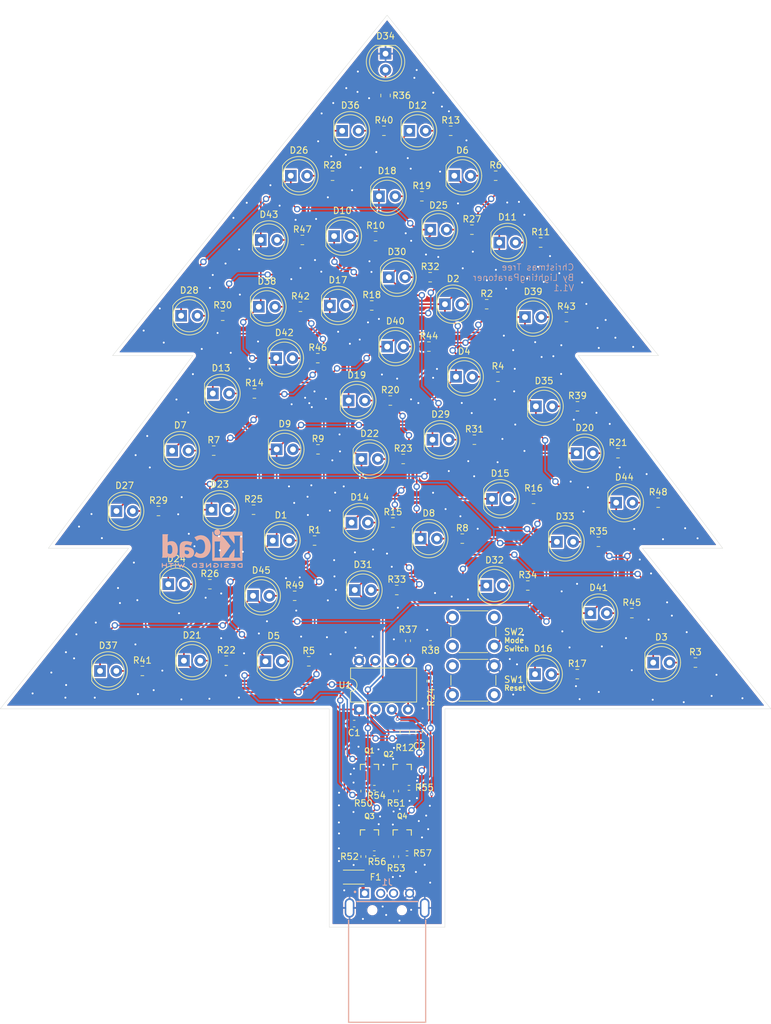
<source format=kicad_pcb>
(kicad_pcb (version 20241229) (generator "pcbnew") (generator_version "9.0")
  (title_block (title "Christmas Tree") (date "2025-08-04") (rev "1.1"))
  (layers (0 "F.Cu" signal) (2 "B.Cu" signal) (13 "F.Paste" user) (15 "B.Paste" user) (5 "F.SilkS" user "F.Silkscreen") (7 "B.SilkS" user "B.Silkscreen") (1 "F.Mask" user) (3 "B.Mask" user) (25 "Edge.Cuts" user))
  (net 0 "")
  (net 1 "GND")
  (net 2 "+5V")
  (net 3 "Net-(C2-Pad1)")
  (net 4 "/RED_LED_GND")
  (net 5 "Net-(D1-A)")
  (net 6 "Net-(D2-A)")
  (net 7 "Net-(D3-A)")
  (net 8 "Net-(D4-A)")
  (net 9 "Net-(D5-A)")
  (net 10 "Net-(D6-A)")
  (net 11 "Net-(D7-A)")
  (net 12 "Net-(D8-A)")
  (net 13 "Net-(D9-A)")
  (net 14 "Net-(D10-A)")
  (net 15 "Net-(D11-A)")
  (net 16 "Net-(D12-A)")
  (net 17 "/BLUE_LED_GND")
  (net 18 "Net-(D13-A)")
  (net 19 "Net-(D14-A)")
  (net 20 "Net-(D15-A)")
  (net 21 "Net-(D16-A)")
  (net 22 "Net-(D17-A)")
  (net 23 "Net-(D18-A)")
  (net 24 "Net-(D19-A)")
  (net 25 "Net-(D20-A)")
  (net 26 "Net-(D21-A)")
  (net 27 "Net-(D22-A)")
  (net 28 "/YELLOW_LED_GND")
  (net 29 "Net-(D23-A)")
  (net 30 "Net-(D24-A)")
  (net 31 "Net-(D25-A)")
  (net 32 "Net-(D26-A)")
  (net 33 "Net-(D27-A)")
  (net 34 "Net-(D28-A)")
  (net 35 "Net-(D29-A)")
  (net 36 "Net-(D30-A)")
  (net 37 "Net-(D31-A)")
  (net 38 "Net-(D32-A)")
  (net 39 "Net-(D33-A)")
  (net 40 "Net-(D34-A)")
  (net 41 "/GREEN_LED_GND")
  (net 42 "Net-(D35-A)")
  (net 43 "Net-(D36-A)")
  (net 44 "Net-(D37-A)")
  (net 45 "Net-(D38-A)")
  (net 46 "Net-(D39-A)")
  (net 47 "Net-(D40-A)")
  (net 48 "Net-(D41-A)")
  (net 49 "Net-(D42-A)")
  (net 50 "Net-(D43-A)")
  (net 51 "Net-(D44-A)")
  (net 52 "Net-(D45-A)")
  (net 55 "Net-(U1-GP3)")
  (net 56 "/MODE_SW")
  (net 57 "Net-(R38-Pad1)")
  (net 58 "/RED_LED")
  (net 59 "/BLUE_LED")
  (net 60 "/GREEN_LED")
  (net 61 "/YELLOW_LED")
  (net 62 "Net-(J1-VCC)")
  (net 63 "Net-(Q1-Pad1)")
  (net 64 "Net-(Q2-Pad1)")
  (net 65 "Net-(Q3-Pad1)")
  (net 66 "Net-(Q4-Pad1)")
  (footprint "Resistor_SMD:R_0805_2012Metric" (layer "F.Cu") (at 142.585 98.1)
    (property "Reference" "R31")
    (property "Value" "1k")
  )
  (footprint "Resistor_SMD:R_0805_2012Metric" (layer "F.Cu") (at 131.75 143.55 -90)
    (property "Reference" "R12")
    (property "Value" "4k7")
  )
  (footprint "LED_THT:LED_D5.0mm" (layer "F.Cu") (at 108.125 122.4)
    (property "Reference" "D45")
    (property "Value" "GREEN_LED")
  )
  (footprint "LED_THT:LED_D5.0mm" (layer "F.Cu") (at 155.425 114)
    (property "Reference" "D33")
    (property "Value" "YELLOW_LED")
  )
  (footprint "LED_THT:LED_D5.0mm" (layer "F.Cu") (at 122 50)
    (property "Reference" "D36")
    (property "Value" "GREEN_LED")
  )
  (footprint "Resistor_SMD:R_0805_2012Metric" (layer "F.Cu") (at 140.7 113.5)
    (property "Reference" "R8")
    (property "Value" "4k7")
  )
  (footprint "LED_THT:LED_D5.0mm" (layer "F.Cu") (at 139.46 57)
    (property "Reference" "D6")
    (property "Value" "RED_LED")
  )
  (footprint "LED_THT:LED_D5.0mm" (layer "F.Cu") (at 120.075 77.2)
    (property "Reference" "D17")
    (property "Value" "BLUE_LED")
  )
  (footprint "LED_THT:LED_D5.0mm" (layer "F.Cu") (at 95.525 99.8)
    (property "Reference" "D7")
    (property "Value" "RED_LED")
  )
  (footprint "LED_THT:LED_D5.0mm" (layer "F.Cu") (at 129.01 83.6)
    (property "Reference" "D40")
    (property "Value" "GREEN_LED")
  )
  (footprint "Resistor_SMD:R_0805_2012Metric" (layer "F.Cu") (at 118.24 99.6)
    (property "Reference" "R9")
    (property "Value" "4k7")
  )
  (footprint "Resistor_SMD:R_0805_2012Metric" (layer "F.Cu") (at 120.5 57)
    (property "Reference" "R28")
    (property "Value" "1k")
  )
  (footprint "LED_THT:LED_D5.0mm" (layer "F.Cu") (at 123.46 111)
    (property "Reference" "D14")
    (property "Value" "BLUE_LED")
  )
  (footprint "Resistor_SMD:R_0402_1005Metric" (layer "F.Cu") (at 132.4 152.3)
    (property "Reference" "R55")
    (property "Value" "10k")
  )
  (footprint "LED_THT:LED_D5.0mm" (layer "F.Cu") (at 86.86 109.2)
    (property "Reference" "D27")
    (property "Value" "YELLOW_LED")
  )
  (footprint "Resistor_SMD:R_0805_2012Metric" (layer "F.Cu") (at 151.8 107.3)
    (property "Reference" "R16")
    (property "Value" "4k7")
  )
  (footprint "LED_THT:LED_D5.0mm" (layer "F.Cu") (at 111.725 85.4)
    (property "Reference" "D42")
    (property "Value" "GREEN_LED")
  )
  (footprint "LED_THT:LED_D5.0mm" (layer "F.Cu") (at 125 101.1)
    (property "Reference" "D22")
    (property "Value" "BLUE_LED")
  )
  (footprint "LED_THT:LED_D5.0mm" (layer "F.Cu") (at 84.3 134.1)
    (property "Reference" "D37")
    (property "Value" "GREEN_LED")
  )
  (footprint "LED_THT:LED_D5.0mm" (layer "F.Cu") (at 110.06 132.6)
    (property "Reference" "D5")
    (property "Value" "RED_LED")
  )
  (footprint "Resistor_SMD:R_0805_2012Metric" (layer "F.Cu") (at 145.9 57)
    (property "Reference" "R6")
    (property "Value" "4k7")
  )
  (footprint "KiCAD_Footprints:RESC3216X125N" (layer "F.Cu") (at 123.8 166.2 180)
    (property "Reference" "F1")
    (property "Value" "Polyfuse")
  )
  (footprint "Resistor_SMD:R_0805_2012Metric" (layer "F.Cu") (at 144.5 77)
    (property "Reference" "R2")
    (property "Value" "4k7")
  )
  (footprint "Resistor_SMD:R_0805_2012Metric" (layer "F.Cu") (at 134.4 60.2)
    (property "Reference" "R19")
    (property "Value" "4k7")
  )
  (footprint "LED_THT:LED_D5.0mm" (layer "F.Cu") (at 111.2 113.8)
    (property "Reference" "D1")
    (property "Value" "RED_LED")
  )
  (footprint "Resistor_SMD:R_0805_2012Metric" (layer "F.Cu") (at 102 99.8)
    (property "Reference" "R7")
    (property "Value" "4k7")
  )
  (footprint "LED_THT:LED_D5.0mm" (layer "F.Cu") (at 150.46 79)
    (property "Reference" "D39")
    (property "Value" "GREEN_LED")
  )
  (footprint "LED_THT:LED_D5.0mm" (layer "F.Cu") (at 139.725 88.3)
    (property "Reference" "D4")
    (property "Value" "RED_LED")
  )
  (footprint "Resistor_SMD:R_0805_2012Metric" (layer "F.Cu") (at 135.7 72.8)
    (property "Reference" "R32")
    (property "Value" "1k")
  )
  (footprint "Resistor_SMD:R_0805_2012Metric" (layer "F.Cu") (at 128.75 44.5125 -90)
    (property "Reference" "R36")
    (property "Value" "5k6")
  )
  (footprint "Resistor_SMD:R_0805_2012Metric" (layer "F.Cu") (at 158.6 134.6)
    (property "Reference" "R17")
    (property "Value" "4k7")
  )
  (footprint "Resistor_SMD:R_0402_1005Metric" (layer "F.Cu") (at 130.3968 152.81 -90)
    (property "Reference" "R51")
    (property "Value" "220")
  )
  (footprint "LED_THT:LED_D5.0mm" (layer "F.Cu") (at 123 92)
    (property "Reference" "D19")
    (property "Value" "BLUE_LED")
  )
  (footprint "Resistor_SMD:R_0402_1005Metric" (layer "F.Cu") (at 130.4 163.01 -90)
    (property "Reference" "R53")
    (property "Value" "220")
  )
  (footprint "LED_THT:LED_D5.0mm" (layer "F.Cu") (at 135.725 65.4)
    (property "Reference" "D25")
    (property "Value" "YELLOW_LED")
  )
  (footprint "Resistor_SMD:R_0805_2012Metric" (layer "F.Cu") (at 101.4 120.6)
    (property "Reference" "R26")
    (property "Value" "1k")
  )
  (footprint "Resistor_SMD:R_0805_2012Metric" (layer "F.Cu") (at 108.335 90.9)
    (property "Reference" "R14")
    (property "Value" "4k7")
  )
  (footprint "LED_THT:LED_D5.0mm" (layer "F.Cu") (at 123.96 121.5)
    (property "Reference" "D31")
    (property "Value" "YELLOW_LED")
  )
  (footprint "Resistor_SMD:R_0402_1005Metric" (layer "F.Cu") (at 132.25 129.4 90)
    (property "Reference" "R37")
    (property "Value" "10k")
  )
  (footprint "LED_THT:LED_D5.0mm" (layer "F.Cu") (at 134.21 113.5)
    (property "Reference" "D8")
    (property "Value" "RED_LED")
  )
  (footprint "Resistor_SMD:R_0805_2012Metric" (layer "F.Cu") (at 103.95 132.5)
    (property "Reference" "R22")
    (property "Value" "4k7")
  )
  (footprint "Resistor_SMD:R_0402_1005Metric" (layer "F.Cu") (at 127 162.49)
    (property "Reference" "R56")
    (property "Value" "10k")
  )
  (footprint "Resistor_SMD:R_0805_2012Metric" (layer "F.Cu") (at 135.5 83.6)
    (property "Reference" "R44")
    (property "Value" "10k")
  )
  (footprint "Resistor_SMD:R_0805_2012Metric" (layer "F.Cu") (at 127.2 66.4)
    (property "Reference" "R10")
    (property "Value" "4k7")
  )
  (footprint "LED_THT:LED_D5.0mm" (layer "F.Cu") (at 94.925 120.6)
    (property "Reference" "D24")
    (property "Value" "YELLOW_LED")
  )
  (footprint "KiCAD_Footprints:2N7002P,215" (layer "F.Cu") (at 131.3468 159.5)
    (property "Reference" "Q4")
    (property "Value" "2N7002P_215")
  )
  (footprint "Resistor_SMD:R_0805_2012Metric" (layer "F.Cu") (at 108.2 109)
    (property "Reference" "R25")
    (property "Value" "1k")
  )
  (footprint "Resistor_SMD:R_0805_2012Metric" (layer "F.Cu") (at 138.9 50)
    (property "Reference" "R13")
    (property "Value" "4k7")
  )
  (footprint "LED_THT:LED_D5.0mm" (layer "F.Cu") (at 136.06 98.1)
    (property "Reference" "D29")
    (property "Value" "YELLOW_LED")
  )
  (footprint "LED_THT:LED_D5.0mm" (layer "F.Cu") (at 96.925 78.8)
    (property "Reference" "D28")
    (property "Value" "YELLOW_LED")
  )
  (footprint "Resistor_SMD:R_0805_2012Metric" (layer "F.Cu") (at 103.4 78.8)
    (property "Reference" "R30")
    (property "Value" "1k")
  )
  (footprint "LED_THT:LED_D5.0mm" (layer "F.Cu") (at 128.75 37.995 -90)
    (property "Reference" "D34")
    (property "Value" "RGB_LED_FLASHING_SLOW")
  )
  (footprint "LED_THT:LED_D5.0mm" (layer "F.Cu") (at 146.46 67.4)
    (property "Reference" "D11")
    (property "Value" "RED_LED")
  )
  (footprint "Resistor_SMD:R_0805_2012Metric" (layer "F.Cu") (at 158.635 92.9)
    (property "Reference" "R39")
    (property "Value" "10k")
  )
  (footprint "Resistor_SMD:R_0402_1005Metric" (layer "F.Cu") (at 135.75 129.75 180)
    (property "Reference" "R38")
    (property "Value" "220")
  )
  (footprint "Resistor_SMD:R_0805_2012Metric" (layer "F.Cu") (at 156.9125 79)
    (property "Reference" "R43")
    (property "Value" "10k")
  )
  (footprint "Capacitor_SMD:C_0603_1608Metric" (layer "F.Cu") (at 134 143.55 -90)
    (property "Reference" "C2")
    (property "Value" "0.1uF")
  )
  (footprint "LED_THT:LED_D5.0mm" (layer "F.Cu") (at 111.8 99.6)
    (property "Reference" "D9")
    (property "Value" "RED_LED")
  )
  (footprint "Resistor_SMD:R_0805_2012Metric" (layer "F.Cu") (at 146.25 88.3)
    (property "Reference" "R4")
    (property "Value" "4k7")
  )
  (footprint "Resistor_SMD:R_0805_2012Metric" (layer "F.Cu") (at 164.94 100.2)
    (property "Reference" "R21")
    (property "Value" "4k7")
  )
  (footprint "LED_THT:LED_D5.0mm" (layer "F.Cu") (at 164.66 107.9)
    (property "Reference" "D44")
    (property "Value" "GREEN_LED")
  )
  (footprint "Resistor_SMD:R_0805_2012Metric" (layer "F.Cu") (at 93.4 109.2)
    (property "Reference" "R29")
    (property "Value" "1k")
  )
  (footprint "Resistor_SMD:R_0402_1005Metric" (layer "F.Cu") (at 125.2968 152.81 -90)
    (property "Reference" "R50")
    (property "Value" "220")
  )
  (footprint "Resistor_SMD:R_0805_2012Metric" (layer "F.Cu") (at 142.2 65.4)
    (property "Reference" "R27")
    (property "Value" "1k")
  )
  (footprint "Resistor_SMD:R_0805_2012Metric" (layer "F.Cu") (at 118.2 85.4)
    (property "Reference" "R46")
    (property "Value" "10k")
  )
  (footprint "LED_THT:LED_D5.0mm" (layer "F.Cu") (at 144.45 120.8)
    (property "Reference" "D32")
    (property "Value" "YELLOW_LED")
  )
  (footprint "Resistor_SMD:R_0805_2012Metric" (layer "F.Cu") (at 114.6 122.4)
    (property "Reference" "R49")
    (property "Value" "10k")
  )
  (footprint "Resistor_SMD:R_0402_1005Metric" (layer "F.Cu") (at 127.0068 152.3)
    (property "Reference" "R54")
    (property "Value" "10k")
  )
  (footprint "Resistor_SMD:R_0805_2012Metric" (layer "F.Cu") (at 130.5 121.5)
    (property "Reference" "R33")
    (property "Value" "1k")
  )
  (footprint "LED_THT:LED_D5.0mm" (layer "F.Cu") (at 132.46 50)
    (property "Reference" "D12")
    (property "Value" "BLUE_LED")
  )
  (footprint "Package_DIP:DIP-8_W7.62mm" (layer "F.Cu") (at 124.6368 140.105 90)
    (property "Reference" "U1")
    (property "Value" "PIC12F683-xP")
  )
  (footprint "LED_THT:LED_D5.0mm" (layer "F.Cu") (at 109.01 77.4)
    (property "Reference" "D38")
    (property "Value" "GREEN_LED")
  )
  (footprint "KiCAD_Footprints:2N7002P,215" (layer "F.Cu") (at 126.25 159.5)
    (property "Reference" "Q3")
    (property "Value" "2N7002P_215")
  )
  (footprint "LED_THT:LED_D5.0mm" (layer "F.Cu") (at 101.86 90.9)
    (property "Reference" "D13")
    (property "Value" "BLUE_LED")
  )
  (footprint "Resistor_SMD:R_0805_2012Metric" (layer "F.Cu") (at 177 132.8)
    (property "Reference" "R3")
    (property "Value" "4k7")
  )
  (footprint "LED_THT:LED_D5.0mm" (layer "F.Cu") (at 152.025 134.6)
    (property "Reference" "D16")
    (property "Value" "BLUE_LED")
  )
  (footprint "LED_THT:LED_D5.0mm" (layer "F.Cu") (at 109.325 67)
    (property "Reference" "D43")
    (property "Value" "GREEN_LED")
  )
  (footprint "KiCAD_Footprints:SW_PUSH_6mm_4pin" (layer "F.Cu") (at 139.18 133.3)
    (property "Reference" "SW1")
    (property "Value" "SW_Push_Dual")
  )
  (footprint "Resistor_SMD:R_0805_2012Metric" (layer "F.Cu") (at 116.8 132.6)
    (property "Reference" "R5")
    (property "Value" "4k7")
  )
  (footprint "LED_THT:LED_D5.0mm" (layer "F.Cu") (at 170.425 132.8)
    (property "Reference" "D3")
    (property "Value" "RED_LED")
  )
  (footprint "Resistor_SMD:R_0805_2012Metric" (layer "F.Cu") (at 152.9 67.4)
    (property "Reference" "R11")
    (property "Value" "4k7")
  )
  (footprint "LED_THT:LED_D5.0mm" (layer "F.Cu") (at 158.5 100.2)
    (property "Reference" "D20")
    (property "Value" "BLUE_LED")
  )
  (footprint "Resistor_SMD:R_0805_2012Metric" (layer "F.Cu") (at 161.9 114)
    (property "Reference" "R35")
    (property "Value" "1k")
  )
  (footprint "LED_THT:LED_D5.0mm" (layer "F.Cu") (at 127.725 60.2)
    (property "Reference" "D18")
    (property "Value" "BLUE_LED")
  )
  (footprint "Resistor_SMD:R_0805_2012Metric" (layer "F.Cu") (at 171.2 107.9)
    (property "Reference" "R48")
    (property "Value" "10k")
  )
  (footprint "Resistor_SMD:R_0402_1005Metric" (layer "F.Cu") (at 135.6 135.69 90)
    (property "Reference" "R24")
    (property "Value" "100")
  )
  (footprint "Resistor_SMD:R_0805_2012Metric" (layer "F.Cu") (at 117.7 113.8)
    (property "Reference" "R1")
    (property "Value" "4k7")
  )
  (footprint "Resistor_SMD:R_0805_2012Metric" (layer "F.Cu") (at 126.6 77.2)
    (property "Reference" "R18")
    (property "Value" "4k7")
  )
  (footprint "Resistor_SMD:R_0805_2012Metric" (layer "F.Cu") (at 150.9 120.8)
    (property "Reference" "R34")
    (property "Value" "1k")
  )
  (footprint "LED_THT:LED_D5.0mm" (layer "F.Cu") (at 120.75 66.4)
    (property "Reference" "D10")
    (property "Value" "RED_LED")
  )
  (footprint "Resistor_SMD:R_0805_2012Metric" (layer "F.Cu") (at 128.5 50)
    (property "Reference" "R40")
    (property "Value" "10k")
  )
  (footprint "Resistor_SMD:R_0402_1005Metric" (layer "F.Cu") (at 132.1 162.5)
    (property "Reference" "R57")
    (property "Value" "10k")
  )
  (footprint "LED_THT:LED_D5.0mm" (layer "F.Cu") (at 114 57)
    (property "Reference" "D26")
    (property "Value" "YELLOW_LED")
  )
  (footprint "Capacitor_SMD:C_0603_1608Metric" (layer "F.Cu") (at 123.8718 142.3 180)
    (property "Reference" "C1")
    (property "Value" "0.1uF")
  )
  (footprint "LED_THT:LED_D5.0mm" (layer "F.Cu") (at 145.325 107.3)
    (property "Reference" "D15")
    (property "Value" "BLUE_LED")
  )
  (footprint "KiCAD_Footprints:2N7002P,215" (layer "F.Cu") (at 131.3468 149.3)
    (property "Reference" "Q2")
    (property "Value" "2N7002P_215")
  )
  (footprint "Resistor_SMD:R_0402_1005Metric" (layer "F.Cu") (at 125.3 163 -90)
    (property "Reference" "R52")
    (property "Value" "220")
  )
  (footprint "LED_THT:LED_D5.0mm" (layer "F.Cu") (at 101.66 109)
    (property "Reference" "D23")
    (property "Value" "YELLOW_LED")
  )
  (footprint "LED_THT:LED_D5.0mm" (layer "F.Cu") (at 152.16 92.9)
    (property "Reference" "D35")
    (property "Value" "GREEN_LED")
  )
  (footprint "Resistor_SMD:R_0805_2012Metric" (layer "F.Cu") (at 129.5 92)
    (property "Reference" "R20")
    (property "Value" "4k7")
  )
  (footprint "LED_THT:LED_D5.0mm" (layer "F.Cu") (at 97.36 132.5)
    (property "Reference" "D21")
    (property "Value" "BLUE_LED")
  )
  (footprint "LED_THT:LED_D5.0mm" (layer "F.Cu") (at 129.26 72.8)
    (property "Reference" "D30")
    (property "Value" "YELLOW_LED")
  )
  (footprint "Resistor_SMD:R_0805_2012Metric" (layer "F.Cu") (at 167.1 125.1)
    (property "Reference" "R45")
    (property "Value" "10k")
  )
  (footprint "Resistor_SMD:R_0805_2012Metric" (layer "F.Cu") (at 131.5 101.1)
    (property "Reference" "R23")
    (property "Value" "4k7")
  )
  (footprint "Resistor_SMD:R_0805_2012Metric" (layer "F.Cu") (at 90.89 134.1)
    (property "Reference" "R41")
    (property "Value" "10k")
  )
  (footprint "Resistor_SMD:R_0805_2012Metric" (layer "F.Cu") (at 129.9 111)
    (property "Reference" "R15")
    (property "Value" "4k7")
  )
  (footprint "KiCAD_Footprints:SW_PUSH_6mm_4pin" (layer "F.Cu") (at 139.18 125.74)
    (property "Reference" "SW2")
    (property "Value" "SW_Push_Dual")
  )
  (footprint "KiCAD_Footprints:2N7002P,215" (layer "F.Cu") (at 126.25 149.3)
    (property "Reference" "Q1")
    (property "Value" "2N7002P_215")
  )
  (footprint "Resistor_SMD:R_0805_2012Metric" (layer "F.Cu") (at 115.8 67)
    (property "Reference" "R47")
    (property "Value" "10k")
  )
  (footprint "LED_THT:LED_D5.0mm" (layer "F.Cu") (at 160.66 125.1)
    (property "Reference" "D41")
    (property "Value" "GREEN_LED")
  )
  (footprint "LED_THT:LED_D5.0mm" (layer "F.Cu") (at 138 77)
    (property "Reference" "D2")
    (property "Value" "RED_LED")
  )
  (footprint "Resistor_SMD:R_0805_2012Metric" (layer "F.Cu") (at 115.5 77.4)
    (property "Reference" "R42")
    (property "Value" "10k")
  )
  (footprint "KiCAD_Footprints:SAMTEC_USB-AM-S-X-X-TH" (layer "B.Cu") (at 129 171 180)
    (property "Reference" "J1")
    (property "Value" "USB-AM-S-X-X-TH")
  )
  (footprint "Symbol:KiCad-Logo2_5mm_SilkScreen" (layer "B.Cu") (at 100.21 115.03 180)
    (property "Reference" "REF**" (hide yes))
    (property "Value" "KiCad-Logo2_5mm_SilkScreen" (hide yes))
  )
  (gr_line (start 120 174) (end 138 174) (stroke (width 0.05)) (layer "Edge.Cuts"))
  (gr_line (start 120 140) (end 120 174) (stroke (width 0.05)) (layer "Edge.Cuts"))
  (gr_line (start 181.25 115) (end 168.75 115) (stroke (width 0.05)) (layer "Edge.Cuts"))
  (gr_line (start 171.25 85) (end 129 32) (stroke (width 0.05)) (layer "Edge.Cuts"))
  (gr_line (start 86.25 85) (end 129 32) (stroke (width 0.05)) (layer "Edge.Cuts"))
  (gr_line (start 76.25 115) (end 88.75 115) (stroke (width 0.05)) (layer "Edge.Cuts"))
  (gr_line (start 120 140) (end 68.75 140) (stroke (width 0.05)) (layer "Edge.Cuts"))
  (gr_line (start 188.75 140) (end 168.75 115) (stroke (width 0.05)) (layer "Edge.Cuts"))
  (gr_line (start 86.25 85) (end 98.75 85) (stroke (width 0.05)) (layer "Edge.Cuts"))
  (gr_line (start 138 174) (end 138 140) (stroke (width 0.05)) (layer "Edge.Cuts"))
  (gr_line (start 68.75 140) (end 88.75 115) (stroke (width 0.05)) (layer "Edge.Cuts"))
  (gr_line (start 171.25 85) (end 158.75 85) (stroke (width 0.05)) (layer "Edge.Cuts"))
  (gr_line (start 138 140) (end 188.75 140) (stroke (width 0.05)) (layer "Edge.Cuts"))
  (gr_line (start 76.25 115) (end 98.75 85) (stroke (width 0.05)) (layer "Edge.Cuts"))
  (gr_line (start 181.25 115) (end 158.75 85) (stroke (width 0.05)) (layer "Edge.Cuts"))
  (gr_text "Mode\nSwitch" (at 147.14 131.1 0) (layer "F.SilkS") (effects (font (size 0.8 0.8) (thickness 0.16) (bold yes)) (justify left bottom)))
  (gr_text "Reset" (at 147.15 137.22 0) (layer "F.SilkS") (effects (font (size 0.8 0.8) (thickness 0.16) (bold yes)) (justify left bottom)))
  (gr_text "Christmas Tree\nBy LightingParatoner\nV1.1" (at 158.17 75.05 0) (layer "B.SilkS") (effects (font (size 1 1) (thickness 0.1)) (justify left bottom mirror)))
  (segment (start 132.3 146.47) (end 134 144.77) (width 0.25) (layer "F.Cu") (net 1))
  (segment (start 132.61 160.9132) (end 132.2968 160.6) (width 0.25) (layer "F.Cu") (net 1))
  (segment (start 134 144.77) (end 134 144.325) (width 0.25) (layer "F.Cu") (net 1))
  (segment (start 127.51 160.91) (end 127.2 160.6) (width 0.25) (layer "F.Cu") (net 1))
  (segment (start 130.06 146.08) (end 130.45 146.47) (width 0.25) (layer "F.Cu") (net 1))
  (segment (start 130.45 146.47) (end 132.3 146.47) (width 0.25) (layer "F.Cu") (net 1))
  (via (at 122.32 168.26) (size 0.5) (drill 0.3) (layers "F.Cu" "B.Cu") (net 1))
  (via (at 80.26 132.14) (size 0.5) (drill 0.3) (layers "F.Cu" "B.Cu") (net 1))
  (via (at 126.25 70.32) (size 0.5) (drill 0.3) (layers "F.Cu" "B.Cu") (net 1))
  (via (at 156.12 83.39) (size 0.5) (drill 0.3) (layers "F.Cu" "B.Cu") (net 1))
  (via (at 120.61 45.68) (size 0.5) (drill 0.3) (layers "F.Cu" "B.Cu") (net 1))
  (via (at 132.74 171.29) (size 0.5) (drill 0.3) (layers "F.Cu" "B.Cu") (net 1))
  (via (at 116.66 109.82) (size 0.5) (drill 0.3) (layers "F.Cu" "B.Cu") (net 1))
  (via (at 126.02 79.83) (size 0.5) (drill 0.3) (layers "F.Cu" "B.Cu") (net 1))
  (via (at 133.6 40.54) (size 0.5) (drill 0.3) (layers "F.Cu" "B.Cu") (net 1))
  (via (at 121.49 157.69) (size 0.5) (drill 0.3) (layers "F.Cu" "B.Cu") (net 1))
  (via (at 96.6 125.11) (size 0.5) (drill 0.3) (layers "F.Cu" "B.Cu") (net 1))
  (via (at 121.59 97.28) (size 0.5) (drill 0.3) (layers "F.Cu" "B.Cu") (net 1))
  (via (at 78.91 138.26) (size 0.5) (drill 0.3) (layers "F.Cu" "B.Cu") (net 1))
  (via (at 138.1 108.9) (size 0.5) (drill 0.3) (layers "F.Cu" "B.Cu") (net 1))
  (via (at 163.66 95.64) (size 0.5) (drill 0.3) (layers "F.Cu" "B.Cu") (net 1))
  (via (at 159.59 109.28) (size 0.5) (drill 0.3) (layers "F.Cu" "B.Cu") (net 1))
  (via (at 177.33 113.45) (size 0.5) (drill 0.3) (layers "F.Cu" "B.Cu") (net 1))
  (via (at 161.59 93.91) (size 0.5) (drill 0.3) (layers "F.Cu" "B.Cu") (net 1))
  (via (at 168.33 116.76) (size 0.5) (drill 0.3) (layers "F.Cu" "B.Cu") (net 1))
  (via (at 115.39 119.54) (size 0.5) (drill 0.3) (layers "F.Cu" "B.Cu") (net 1))
  (via (at 160.02 76.96) (size 0.5) (drill 0.3) (layers "F.Cu" "B.Cu") (net 1))
  (via (at 171.95 113.59) (size 0.5) (drill 0.3) (layers "F.Cu" "B.Cu") (net 1))
  (via (at 106.28 113.18) (size 0.5) (drill 0.3) (layers "F.Cu" "B.Cu") (net 1))
  (via (at 94 134.05) (size 0.5) (drill 0.3) (layers "F.Cu" "B.Cu") (net 1))
  (via (at 109.03 128.27) (size 0.5) (drill 0.3) (layers "F.Cu" "B.Cu") (net 1))
  (via (at 122.56 53.73) (size 0.5) (drill 0.3) (layers "F.Cu" "B.Cu") (net 1))
  (via (at 119.77 60.36) (size 0.5) (drill 0.3) (layers "F.Cu" "B.Cu") (net 1))
  (via (at 120.2 131.49) (size 0.5) (drill 0.3) (layers "F.Cu" "B.Cu") (net 1))
  (via (at 150.81 73.01) (size 0.5) (drill 0.3) (layers "F.Cu" "B.Cu") (net 1))
  (via (at 120.75 116.85) (size 0.5) (drill 0.3) (layers "F.Cu" "B.Cu") (net 1))
  (via (at 124.39 43.95) (size 0.5) (drill 0.3) (layers "F.Cu" "B.Cu") (net 1))
  (via (at 158.57 120.54) (size 0.5) (drill 0.3) (layers "F.Cu" "B.Cu") (net 1))
  (via (at 129.72 117.88) (size 0.5) (drill 0.3) (layers "F.Cu" "B.Cu") (net 1))
  (via (at 76.72 134.35) (size 0.5) (drill 0.3) (layers "F.Cu" "B.Cu") (net 1))
  (via (at 120.47 101.31) (size 0.5) (drill 0.3) (layers "F.Cu" "B.Cu") (net 1))
  (via (at 148.95 95.74) (size 0.5) (drill 0.3) (layers "F.Cu" "B.Cu") (net 1))
  (via (at 105.07 63.56) (size 0.5) (drill 0.3) (layers "F.Cu" "B.Cu") (net 1))
  (via (at 167.47 112) (size 0.5) (drill 0.3) (layers "F.Cu" "B.Cu") (net 1))
  (via (at 132.74 67.13) (size 0.5) (drill 0.3) (layers "F.Cu" "B.Cu") (net 1))
  (via (at 112.26 61.66) (size 0.5) (drill 0.3) (layers "F.Cu" "B.Cu") (net 1))
  (via (at 184.32 138.35) (size 0.5) (drill 0.3) (layers "F.Cu" "B.Cu") (net 1))
  (via (at 106.53 115.55) (size 0.5) (drill 0.3) (layers "F.Cu" "B.Cu") (net 1))
  (via (at 148.78 90.57) (size 0.5) (drill 0.3) (layers "F.Cu" "B.Cu") (net 1))
  (via (at 156.28 127.94) (size 0.5) (drill 0.3) (layers "F.Cu" "B.Cu") (net 1))
  (via (at 114.85 124.7) (size 0.5) (drill 0.3) (layers "F.Cu" "B.Cu") (net 1))
  (via (at 161.76 80.7) (size 0.5) (drill 0.3) (layers "F.Cu" "B.Cu") (net 1))
  (via (at 180.28 134.7) (size 0.5) (drill 0.3) (layers "F.Cu" "B.Cu") (net 1))
  (via (at 122.64 43.36) (size 0.5) (drill 0.3) (layers "F.Cu" "B.Cu") (net 1))
  (via (at 169.4 103.45) (size 0.5) (drill 0.3) (layers "F.Cu" "B.Cu") (net 1))
  (via (at 110.29 126.37) (size 0.5) (drill 0.3) (layers "F.Cu" "B.Cu") (net 1))
  (via (at 124.54 145.9) (size 0.5) (drill 0.3) (layers "F.Cu" "B.Cu") (net 1))
  (via (at 128.98 115.83) (size 0.5) (drill 0.3) (layers "F.Cu" "B.Cu") (net 1))
  (via (at 123.76 156.06) (size 0.5) (drill 0.3) (layers "F.Cu" "B.Cu") (net 1))
  (via (at 121.49 161.72) (size 0.5) (drill 0.3) (layers "F.Cu" "B.Cu") (net 1))
  (via (at 117.27 93.025) (size 0.5) (drill 0.3) (layers "F.Cu" "B.Cu") (net 1))
  (via (at 152.48 71.18) (size 0.5) (drill 0.3) (layers "F.Cu" "B.Cu") (net 1))
  (via (at 119.63 128.85) (size 0.5) (drill 0.3) (layers "F.Cu" "B.Cu") (net 1))
  (via (at 130.06 146.08) (size 0.5) (drill 0.3) (layers "F.Cu" "B.Cu") (net 1))
  (via (at 158.97 138.49) (size 0.5) (drill 0.3) (layers "F.Cu" "B.Cu") (net 1))
  (via (at 114.75 63.87) (size 0.5) (drill 0.3) (layers "F.Cu" "B.Cu") (net 1))
  (via (at 87.4 123.53) (size 0.5) (drill 0.3) (layers "F.Cu" "B.Cu") (net 1))
  (via (at 101.33 138.43) (size 0.5) (drill 0.3) (layers "F.Cu" "B.Cu") (net 1))
  (via (at 113.25 119.66) (size 0.5) (drill 0.3) (layers "F.Cu" "B.Cu") (net 1))
  (via (at 146.95 97.98) (size 0.5) (drill 0.3) (layers "F.Cu" "B.Cu") (net 1))
  (via (at 122.24 105.37) (size 0.5) (drill 0.3) (layers "F.Cu" "B.Cu") (net 1))
  (via (at 83.64 126.57) (size 0.5) (drill 0.3) (layers "F.Cu" "B.Cu") (net 1))
  (via (at 121.52 153.06) (size 0.5) (drill 0.3) (layers "F.Cu" "B.Cu") (net 1))
  (via (at 141.35 51.5) (size 0.5) (drill 0.3) (layers "F.Cu" "B.Cu") (net 1))
  (via (at 106.07 75.51) (size 0.5) (drill 0.3) (layers "F.Cu" "B.Cu") (net 1))
  (via (at 133.93 157.47) (size 0.5) (drill 0.3) (layers "F.Cu" "B.Cu") (net 1))
  (via (at 141.63 101.44) (size 0.5) (drill 0.3) (layers "F.Cu" "B.Cu") (net 1))
  (via (at 162.43 130.28) (size 0.5) (drill 0.3) (layers "F.Cu" "B.Cu") (net 1))
  (via (at 113.72 105.37) (size 0.5) (drill 0.3) (layers "F.Cu" "B.Cu") (net 1))
  (via (at 154.88 85.1) (size 0.5) (drill 0.3) (layers "F.Cu" "B.Cu") (net 1))
  (via (at 81.03 111.63) (size 0.5) (drill 0.3) (layers "F.Cu" "B.Cu") (net 1))
  (via (at 126.82 115.19) (size 0.5) (drill 0.3) (layers "F.Cu" "B.Cu") (net 1))
  (via (at 127.69 157.96) (size 0.5) (drill 0.3) (layers "F.Cu" "B.Cu") (net 1))
  (via (at 119.77 123.11) (size 0.5) (drill 0.3) (layers "F.Cu" "B.Cu") (net 1))
  (via (at 146.2 101.6) (size 0.5) (drill 0.3) (layers "F.Cu" "B.Cu") (net 1))
  (via (at 108.9 82.81) (size 0.5) (drill 0.3) (layers "F.Cu" "B.Cu") (net 1))
  (via (at 117.77 70.13) (size 0.5) (drill 0.3) (layers "F.Cu" "B.Cu") (net 1))
  (via (at 115.51 71.37) (size 0.5) (drill 0.3) (layers "F.Cu" "B.Cu") (net 1))
  (via (at 134.53 139.93) (size 0.5) (drill 0.3) (layers "F.Cu" "B.Cu") (net 1))
  (via (at 135.24 127.71) (size 0.5) (drill 0.3) (layers "F.Cu" "B.Cu") (net 1))
  (via (at 101.41 74.46) (size 0.5) (drill 0.3) (layers "F.Cu" "B.Cu") (net 1))
  (via (at 127.32 53.31) (size 0.5) (drill 0.3) (layers "F.Cu" "B.Cu") (net 1))
  (via (at 102.6 81.48) (size 0.5) (drill 0.3) (layers "F.Cu" "B.Cu") (net 1))
  (via (at 91.65 97.52) (size 0.5) (drill 0.3) (layers "F.Cu" "B.Cu") (net 1))
  (via (at 136.15 106.36) (size 0.5) (drill 0.3) (layers "F.Cu" "B.Cu") (net 1))
  (via (at 148.1 132.25) (size 0.5) (drill 0.3) (layers "F.Cu" "B.Cu") (net 1))
  (via (at 172.59 123.42) (size 0.5) (drill 0.3) (layers "F.Cu" "B.Cu") (net 1))
  (via (at 93.6 77.67) (size 0.5) (drill 0.3) (layers "F.Cu" "B.Cu") (net 1))
  (via (at 126.75 128.75) (size 0.5) (drill 0.3) (layers "F.Cu" "B.Cu") (net 1))
  (via (at 105.95 68.48) (size 0.5) (drill 0.3) (layers "F.Cu" "B.Cu") (net 1))
  (via (at 116.61 106.98) (size 0.5) (drill 0.3) (layers "F.Cu" "B.Cu") (net 1))
  (via (at 100.14 83.97) (size 0.5) (drill 0.3) (layers "F.Cu" "B.Cu") (net 1))
  (via (at 120.91 106.34) (size 0.5) (drill 0.3) (layers "F.Cu" "B.Cu") (net 1))
  (via (at 136.16 88.46) (size 0.5) (drill 0.3) (layers "F.Cu" "B.Cu") (net 1))
  (via (at 114.08 73.1) (size 0.5) (drill 0.3) (layers "F.Cu" "B.Cu") (net 1))
  (via (at 96.2 91.84) (size 0.5) (drill 0.3) (layers "F.Cu" "B.Cu") (net 1))
  (via (at 90.11 123.08) (size 0.5) (drill 0.3) (layers "F.Cu" "B.Cu") (net 1))
  (via (at 98.76 87.89) (size 0.5) (drill 0.3) (layers "F.Cu" "B.Cu") (net 1))
  (via (at 167.31 83.65) (size 0.5) (drill 0.3) (layers "F.Cu" "B.Cu") (net 1))
  (via (at 129.89 166.18) (size 0.5) (drill 0.3) (layers "F.Cu" "B.Cu") (net 1))
  (via (at 127.72 79.3) (size 0.5) (drill 0.3) (layers "F.Cu" "B.Cu") (net 1))
  (via (at 123.77 151.48) (size 0.5) (drill 0.3) (layers "F.Cu" "B.Cu") (net 1))
  (via (at 179.52 137.99) (size 0.5) (drill 0.3) (layers "F.Cu" "B.Cu") (net 1))
  (via (at 166.19 128.99) (size 0.5) (drill 0.3) (layers "F.Cu" "B.Cu") (net 1))
  (via (at 153.05 85.22) (size 0.5) (drill 0.3) (layers "F.Cu" "B.Cu") (net 1))
  (via (at 103.16 129) (size 0.5) (drill 0.3) (layers "F.Cu" "B.Cu") (net 1))
  (via (at 160.26 105.52) (size 0.5) (drill 0.3) (layers "F.Cu" "B.Cu") (net 1))
  (via (at 89.84 100.5) (size 0.5) (drill 0.3) (layers "F.Cu" "B.Cu") (net 1))
  (via (at 133.24 41.76) (size 0.5) (drill 0.3) (layers "F.Cu" "B.Cu") (net 1))
  (via (at 87.1 121.19) (size 0.5) (drill 0.3) (layers "F.Cu" "B.Cu") (net 1))
  (via (at 124.06 130.49) (size 0.5) (drill 0.3) (layers "F.Cu" "B.Cu") (net 1))
  (via (at 132.21 54.26) (size 0.5) (drill 0.3) (layers "F.Cu" "B.Cu") (net 1))
  (via (at 133.86 92.39) (size 0.5) (drill 0.3) (layers "F.Cu" "B.Cu") (net 1))
  (via (at 134.85 164.28) (size 0.5) (drill 0.3) (layers "F.Cu" "B.Cu") (net 1))
  (via (at 161.95 83.81) (size 0.5) (drill 0.3) (layers "F.Cu" "B.Cu") (net 1))
  (via (at 170.09 118.92) (size 0.5) (drill 0.3) (layers "F.Cu" "B.Cu") (net 1))
  (via (at 132.67 55.9) (size 0.5) (drill 0.3) (layers "F.Cu" "B.Cu") (net 1))
  (via (at 150.17 128.5) (size 0.5) (drill 0.3) (layers "F.Cu" "B.Cu") (net 1))
  (via (at 164.54 82.22) (size 0.5) (drill 0.3) (layers "F.Cu" "B.Cu") (net 1))
  (via (at 123.2 83.16) (size 0.5) (drill 0.3) (layers "F.Cu" "B.Cu") (net 1))
  (via (at 139.05 122.52) (size 0.5) (drill 0.3) (layers "F.Cu" "B.Cu") (net 1))
  (via (at 141.58 122.95) (size 0.5) (drill 0.3) (layers "F.Cu" "B.Cu") (net 1))
  (via (at 104.65 84.57) (size 0.5) (drill 0.3) (layers "F.Cu" "B.Cu") (net 1))
  (via (at 118.8 47.3) (size 0.5) (drill 0.3) (layers "F.Cu" "B.Cu") (net 1))
  (via (at 84.59 113.42) (size 0.5) (drill 0.3) (layers "F.Cu" "B.Cu") (net 1))
  (via (at 106.72 131.36) (size 0.5) (drill 0.3) (layers "F.Cu" "B.Cu") (net 1))
  (via (at 80.62 128.4) (size 0.5) (drill 0.3) (layers "F.Cu" "B.Cu") (net 1))
  (via (at 83.48 138.26) (size 0.5) (drill 0.3) (layers "F.Cu" "B.Cu") (net 1))
  (via (at 165.21 102.4) (size 0.5) (drill 0.3) (layers "F.Cu" "B.Cu") (net 1))
  (via (at 110.83 58.48) (size 0.5) (drill 0.3) (layers "F.Cu" "B.Cu") (net 1))
  (via (at 133.48 165.4) (size 0.5) (drill 0.3) (layers "F.Cu" "B.Cu") (net 1))
  (via (at 131.01 166.04) (size 0.5) (drill 0.3) (layers "F.Cu" "B.Cu") (net 1))
  (via (at 142.55 103.79) (size 0.5) (drill 0.3) (layers "F.Cu" "B.Cu") (net 1))
  (via (at 117.69 90.58) (size 0.5) (drill 0.3) (layers "F.Cu" "B.Cu") (net 1))
  (via (at 149.52 61.07) (size 0.5) (drill 0.3) (layers "F.Cu" "B.Cu") (net 1))
  (via (at 102.95 115.32) (size 0.5) (drill 0.3) (layers "F.Cu" "B.Cu") (net 1))
  (via (at 121.66 99.92) (size 0.5) (drill 0.3) (layers "F.Cu" "B.Cu") (net 1))
  (via (at 159.36 73.63) (size 0.5) (drill 0.3) (layers "F.Cu" "B.Cu") (net 1))
  (via (at 120.8 119.38) (size 0.5) (drill 0.3) (layers "F.Cu" "B.Cu") (net 1))
  (via (at 140.03 61.31) (size 0.5) (drill 0.3) (layers "F.Cu" "B.Cu") (net 1))
  (via (at 121.37 81.29) (size 0.5) (drill 0.3) (layers "F.Cu" "B.Cu") (net 1))
  (via (at 148.63 84.16) (size 0.5) (drill 0.3) (layers "F.Cu" "B.Cu") (net 1))
  (via (at 121.5 163.7) (size 0.5) (drill 0.3) (layers "F.Cu" "B.Cu") (net 1))
  (via (at 134.43 160.02) (size 0.5) (drill 0.3) (layers "F.Cu" "B.Cu") (net 1))
  (via (at 130.97 155.62) (size 0.5) (drill 0.3) (layers "F.Cu" "B.Cu") (net 1))
  (via (at 135.05 69.27) (size 0.5) (drill 0.3) (layers "F.Cu" "B.Cu") (net 1))
  (via (at 147.17 81.9) (size 0.5) (drill 0.3) (layers "F.Cu" "B.Cu") (net 1))
  (via (at 123.54 59.26) (size 0.5) (drill 0.3) (layers "F.Cu" "B.Cu") (net 1))
  (via (at 96.47 109.71) (size 0.5) (drill 0.3) (layers "F.Cu" "B.Cu") (net 1))
  (via (at 135.39 158.73) (size 0.5) (drill 0.3) (layers "F.Cu" "B.Cu") (net 1))
  (via (at 167.09 133.99) (size 0.5) (drill 0.3) (layers "F.Cu" "B.Cu") (net 1))
  (via (at 156.17 121.71) (size 0.5) (drill 0.3) (layers "F.Cu" "B.Cu") (net 1))
  (via (at 170.35 138.58) (size 0.5) (drill 0.3) (layers "F.Cu" "B.Cu") (net 1))
  (via (at 137.53 46.23) (size 0.5) (drill 0.3) (layers "F.Cu" "B.Cu") (net 1))
  (via (at 126.19 44.93) (size 0.5) (drill 0.3) (layers "F.Cu" "B.Cu") (net 1))
  (via (at 145.93 71.65) (size 0.5) (drill 0.3) (layers "F.Cu" "B.Cu") (net 1))
  (via (at 123.78 164.31) (size 0.5) (drill 0.3) (layers "F.Cu" "B.Cu") (net 1))
  (via (at 114.53 107.94) (size 0.5) (drill 0.3) (layers "F.Cu" "B.Cu") (net 1))
  (via (at 135.08 156.62) (size 0.5) (drill 0.3) (layers "F.Cu" "B.Cu") (net 1))
  (via (at 115.61 128.75) (size 0.5) (drill 0.3) (layers "F.Cu" "B.Cu") (net 1))
  (via (at 126.56 71.98) (size 0.5) (drill 0.3) (layers "F.Cu" "B.Cu") (net 1))
  (via (at 78.99 131.18) (size 0.5) (drill 0.3) (layers "F.Cu" "B.Cu") (net 1))
  (via (at 142.17 93.95) (size 0.5) (drill 0.3) (layers "F.Cu" "B.Cu") (net 1))
  (via (at 149.22 133.07) (size 0.5) (drill 0.3) (layers "F.Cu" "B.Cu") (net 1))
  (via (at 103.84 70.67) (size 0.5) (drill 0.3) (layers "F.Cu" "B.Cu") (net 1))
  (via (at 163.02 79.46) (size 0.5) (drill 0.3) (layers "F.Cu" "B.Cu") (net 1))
  (via (at 121.5 155.03) (size 0.5) (drill 0.3) (layers "F.Cu" "B.Cu") (net 1))
  (via (at 145.78 91.84) (size 0.5) (drill 0.3) (layers "F.Cu" "B.Cu") (net 1))
  (via (at 102.82 113.13) (size 0.5) (drill 0.3) (layers "F.Cu" "B.Cu") (net 1))
  (via (at 132.49 154.33) (size 0.5) (drill 0.3) (layers "F.Cu" "B.Cu") (net 1))
  (via (at 123.84 149.3) (size 0.5) (drill 0.3) (layers "F.Cu" "B.Cu") (net 1))
  (via (at 123.99 115.64) (size 0.5) (drill 0.3) (layers "F.Cu" "B.Cu") (net 1))
  (via (at 101.85 72.45) (size 0.5) (drill 0.3) (layers "F.Cu" "B.Cu") (net 1))
  (via (at 173.33 125.49) (size 0.5) (drill 0.3) (layers "F.Cu" "B.Cu") (net 1))
  (via (at 91.09 81.11) (size 0.5) (drill 0.3) (layers "F.Cu" "B.Cu") (net 1))
  (via (at 137.24 56.36) (size 0.5) (drill 0.3) (layers "F.Cu" "B.Cu") (net 1))
  (via (at 136.46 121.97) (size 0.5) (drill 0.3) (layers "F.Cu" "B.Cu") (net 1))
  (via (at 94.22 82.98) (size 0.5) (drill 0.3) (layers "F.Cu" "B.Cu") (net 1))
  (via (at 130.56 88.59) (size 0.5) (drill 0.3) (layers "F.Cu" "B.Cu") (net 1))
  (via (at 131.89 65.96) (size 0.5) (drill 0.3) (layers "F.Cu" "B.Cu") (net 1))
  (via (at 133.64 153.9) (size 0.5) (drill 0.3) (layers "F.Cu" "B.Cu") (net 1))
  (via (at 128.19 87.95) (size 0.5) (drill 0.3) (layers "F.Cu" "B.Cu") (net 1))
  (via (at 114.13 92.58) (size 0.5) (drill 0.3) (layers "F.Cu" "B.Cu") (net 1))
  (via (at 122.54 128.08) (size 0.5) (drill 0.3) (layers "F.Cu" "B.Cu") (net 1))
  (via (at 140.41 110.02) (size 0.5) (drill 0.3) (layers "F.Cu" "B.Cu") (net 1))
  (via (at 73.8 137.6) (size 0.5) (drill 0.3) (layers "F.Cu" "B.Cu") (net 1))
  (via (at 133.65 151.19) (size 0.5) (drill 0.3) (layers "F.Cu" "B.Cu") (net 1))
  (via (at 107.6 87.03) (size 0.5) (drill 0.3) (layers "F.Cu" "B.Cu") (net 1))
  (via (at 158.07 94.98) (size 0.5) (drill 0.3) (layers "F.Cu" "B.Cu") (net 1))
  (via (at 161.95 137.37) (size 0.5) (drill 0.3) (layers "F.Cu" "B.Cu") (net 1))
  (via (at 136.76 87.08) (size 0.5) (drill 0.3) (layers "F.Cu" "B.Cu") (net 1))
  (via (at 128.3 170.78) (size 0.5) (drill 0.3) (layers "F.Cu" "B.Cu") (net 1))
  (via (at 135.65 155.09) (size 0.5) (drill 0.3) (layers "F.Cu" "B.Cu") (net 1))
  (via (at 120.08 109.14) (size 0.5) (drill 0.3) (layers "F.Cu" "B.Cu") (net 1))
  (via (at 136.19 44.08) (size 0.5) (drill 0.3) (layers "F.Cu" "B.Cu") (net 1))
  (via (at 150.37 63.08) (size 0.5) (drill 0.3) (layers "F.Cu" "B.Cu") (net 1))
  (via (at 143.1 111.97) (size 0.5) (drill 0.3) (layers "F.Cu" "B.Cu") (net 1))
  (via (at 128.85 172.09) (size 0.5) (drill 0.3) (layers "F.Cu" "B.Cu") (net 1))
  (via (at 125.23 172.71) (size 0.5) (drill 0.3) (layers "F.Cu" "B.Cu") (net 1))
  (via (at 133.78 150.64) (size 0.5) (drill 0.3) (layers "F.Cu" "B.Cu") (net 1))
  (via (at 130 155.98) (size 0.5) (drill 0.3) (layers "F.Cu" "B.Cu") (net 1))
  (via (at 157.57 104.62) (size 0.5) (drill 0.3) (layers "F.Cu" "B.Cu") (net 1))
  (via (at 169.71 126.11) (size 0.5) (drill 0.3) (layers "F.Cu" "B.Cu") (net 1))
  (via (at 130.92 172.98) (size 0.5) (drill 0.3) (layers "F.Cu" "B.Cu") (net 1))
  (via (at 127.65 146.31) (size 0.5) (drill 0.3) (layers "F.Cu" "B.Cu") (net 1))
  (via (at 117.2 105.2) (size 0.5) (drill 0.3) (layers "F.Cu" "B.Cu") (net 1))
  (via (at 127.9 156.76) (size 0.5) (drill 0.3) (layers "F.Cu" "B.Cu") (net 1))
  (via (at 150.38 99.85) (size 0.5) (drill 0.3) (layers "F.Cu" "B.Cu") (net 1))
  (via (at 100.74 122.7) (size 0.5) (drill 0.3) (layers "F.Cu" "B.Cu") (net 1))
  (via (at 98.04 93.87) (size 0.5) (drill 0.3) (layers "F.Cu" "B.Cu") (net 1))
  (via (at 157.4 130.44) (size 0.5) (drill 0.3) (layers "F.Cu" "B.Cu") (net 1))
  (via (at 156.09 87.86) (size 0.5) (drill 0.3) (layers "F.Cu" "B.Cu") (net 1))
  (via (at 92.65 137.09) (size 0.5) (drill 0.3) (layers "F.Cu" "B.Cu") (net 1))
  (via (at 140.77 71.41) (size 0.5) (drill 0.3) (layers "F.Cu" "B.Cu") (net 1))
  (via (at 103.88 134.81) (size 0.5) (drill 0.3) (layers "F.Cu" "B.Cu") (net 1))
  (via (at 118.75 71.94) (size 0.5) (drill 0.3) (layers "F.Cu" "B.Cu") (net 1))
  (via (at 175.64 128.06) (size 0.5) (drill 0.3) (layers "F.Cu" "B.Cu") (net 1))
  (via (at 89.57 117.23) (size 0.5) (drill 0.3) (layers "F.Cu" "B.Cu") (net 1))
  (via (at 142.34 68.82) (size 0.5) (drill 0.3) (layers "F.Cu" "B.Cu") (net 1))
  (via (at 89.81 129.97) (size 0.5) (drill 0.3) (layers "F.Cu" "B.Cu") (net 1))
  (via (at 98.12 112.75) (size 0.5) (drill 0.3) (layers "F.Cu" "B.Cu") (net 1))
  (via (at 153.38 73.53) (size 0.5) (drill 0.3) (layers "F.Cu" "B.Cu") (net 1))
  (via (at 82.97 109.67) (size 0.5) (drill 0.3) (layers "F.Cu" "B.Cu") (net 1))
  (via (at 123.32 150.16) (size 0.5) (drill 0.3) (layers "F.Cu" "B.Cu") (net 1))
  (via (at 152.05 82.91) (size 0.5) (drill 0.3) (layers "F.Cu" "B.Cu") (net 1))
  (via (at 129.94 147.78) (size 0.5) (drill 0.3) (layers "F.Cu" "B.Cu") (net 1))
  (via (at 148.87 87.06) (size 0.5) (drill 0.3) (layers "F.Cu" "B.Cu") (net 1))
  (via (at 90.21 137.71) (size 0.5) (drill 0.3) (layers "F.Cu" "B.Cu") (net 1))
  (via (at 97.01 107.04) (size 0.5) (drill 0.3) (layers "F.Cu" "B.Cu") (net 1))
  (via (at 175.18 138.96) (size 0.5) (drill 0.3) (layers "F.Cu" "B.Cu") (net 1))
  (via (at 121.01 121.48) (size 0.5) (drill 0.3) (layers "F.Cu" "B.Cu") (net 1))
  (via (at 107.14 61.21) (size 0.5) (drill 0.3) (layers "F.Cu" "B.Cu") (net 1))
  (via (at 117.94 63.73) (size 0.5) (drill 0.3) (layers "F.Cu" "B.Cu") (net 1))
  (via (at 105.92 138.24) (size 0.5) (drill 0.3) (layers "F.Cu" "B.Cu") (net 1))
  (via (at 92.05 102.42) (size 0.5) (drill 0.3) (layers "F.Cu" "B.Cu") (net 1))
  (via (at 175.4 111.88) (size 0.5) (drill 0.3) (layers "F.Cu" "B.Cu") (net 1))
  (via (at 128.44 148.72) (size 0.5) (drill 0.3) (layers "F.Cu" "B.Cu") (net 1))
  (via (at 135.7 167.06) (size 0.5) (drill 0.3) (layers "F.Cu" "B.Cu") (net 1))
  (via (at 99 114.69) (size 0.5) (drill 0.3) (layers "F.Cu" "B.Cu") (net 1))
  (via (at 140.62 92.38) (size 0.5) (drill 0.3) (layers "F.Cu" "B.Cu") (net 1))
  (via (at 138.62 46.97) (size 0.5) (drill 0.3) (layers "F.Cu" "B.Cu") (net 1))
  (via (at 119.47 91.73) (size 0.5) (drill 0.3) (layers "F.Cu" "B.Cu") (net 1))
  (via (at 148.63 137.77) (size 0.5) (drill 0.3) (layers "F.Cu" "B.Cu") (net 1))
  (via (at 118.26 51.64) (size 0.5) (drill 0.3) (layers "F.Cu" "B.Cu") (net 1))
  (via (at 124.73 82.51) (size 0.5) (drill 0.3) (layers "F.Cu" "B.Cu") (net 1))
  (via (at 147.53 74.58) (size 0.5) (drill 0.3) (layers "F.Cu" "B.Cu") (net 1))
  (via (at 116.23 91.57) (size 0.5) (drill 0.3) (layers "F.Cu" "B.Cu") (net 1))
  (via (at 121.51 159.4) (size 0.5) (drill 0.3) (layers "F.Cu" "B.Cu") (net 1))
  (via (at 116.88 92.41) (size 0.5) (drill 0.3) (layers "F.Cu" "B.Cu") (net 1))
  (via (at 124.44 40.78) (size 0.5) (drill 0.3) (layers "F.Cu" "B.Cu") (net 1))
  (via (at 129.89 158.02) (size 0.5) (drill 0.3) (layers "F.Cu" "B.Cu") (net 1))
  (via (at 79.02 136.29) (size 0.5) (drill 0.3) (layers "F.Cu" "B.Cu") (net 1))
  (via (at 144.53 73.29) (size 0.5) (drill 0.3) (layers "F.Cu" "B.Cu") (net 1))
  (via (at 154.36 69.51) (size 0.5) (drill 0.3) (layers "F.Cu" "B.Cu") (net 1))
  (via (at 138.6 102.98) (size 0.5) (drill 0.3) (layers "F.Cu" "B.Cu") (net 1))
  (via (at 120.3 53.97) (size 0.5) (drill 0.3) (layers "F.Cu" "B.Cu") (net 1))
  (via (at 132.72 91.81) (size 0.5) (drill 0.3) (layers "F.Cu" "B.Cu") (net 1))
  (via (at 124.88 55.72) (size 0.5) (drill 0.3) (layers "F.Cu" "B.Cu") (net 1))
  (via (at 130.67 124.25) (size 0.5) (drill 0.3) (layers "F.Cu" "B.Cu") (net 1))
  (via (at 96.97 138.53) (size 0.5) (drill 0.3) (layers "F.Cu" "B.Cu") (net 1))
  (via (at 155.81 72.18) (size 0.5) (drill 0.3) (layers "F.Cu" "B.Cu") (net 1))
  (via (at 158.4 136.47) (size 0.5) (drill 0.3) (layers "F.Cu" "B.Cu") (net 1))
  (via (at 136.96 69.65) (size 0.5) (drill 0.3) (layers "F.Cu" "B.Cu") (net 1))
  (via (at 130.05 129.18) (size 0.5) (drill 0.3) (layers "F.Cu" "B.Cu") (net 1))
  (via (at 103.17 122.04) (size 0.5) (drill 0.3) (layers "F.Cu" "B.Cu") (net 1))
  (via (at 147.7 61.17) (size 0.5) (drill 0.3) (layers "F.Cu" "B.Cu") (net 1))
  (segment (start 128.25 163.46) (end 129.29 162.42) (width 0.25) (layer "B.Cu") (net 1))
  (segment (start 127.93 163.46) (end 128.25 163.46) (width 0.25) (layer "B.Cu") (net 1))
  (segment (start 116.4125 77.4) (end 116.4125 79.2125) (width 0.25) (layer "F.Cu") (net 2))
  (segment (start 146.99411 57) (end 151.88 61.88589) (width 0.25) (layer "F.Cu") (net 2))
  (segment (start 128.7125 78.4) (end 127.5125 77.2) (width 0.25) (layer "F.Cu") (net 2))
  (segment (start 177.9125 134.0875) (end 177.9125 132.8) (width 0.25) (layer "F.Cu") (net 2))
  (segment (start 172.1125 107.9) (end 172.1125 110.4875) (width 0.25) (layer "F.Cu") (net 2))
  (segment (start 147.1625 88.3) (end 147.1625 94.435) (width 0.25) (layer "F.Cu") (net 2))
  (segment (start 131.6125 144.6) (end 131.75 144.4625) (width 0.25) (layer "F.Cu") (net 2))
  (segment (start 130.2 108.2) (end 130.2 108.8) (width 0.25) (layer "F.Cu") (net 2))
  (segment (start 132.4 97.4) (end 132.4 101.0875) (width 0.25) (layer "F.Cu") (net 2))
  (segment (start 112.675 139.05) (end 111.025 137.4) (width 0.25) (layer "F.Cu") (net 2))
  (segment (start 162.8 134.6) (end 165.4 137.2) (width 0.25) (layer "F.Cu") (net 2))
  (segment (start 162.7 92.9) (end 165.8525 96.0525) (width 0.25) (layer "F.Cu") (net 2))
  (segment (start 128.75 45.425) (end 138.425 45.425) (width 0.25) (layer "F.Cu") (net 2))
  (segment (start 133.9925 124.08) (end 131.4125 121.5) (width 0.25) (layer "F.Cu") (net 2))
  (segment (start 122.4125 57) (end 121.4125 57) (width 0.25) (layer "F.Cu") (net 2))
  (segment (start 132.4125 104.7875) (end 131.2 106) (width 0.25) (layer "F.Cu") (net 2))
  (segment (start 136.4125 83.6) (end 136.4125 86) (width 0.25) (layer "F.Cu") (net 2))
  (segment (start 166.4 116.2) (end 166.4 120.4) (width 0.25) (layer "F.Cu") (net 2))
  (segment (start 118.4 93.6) (end 119.1525 94.3525) (width 0.25) (layer "F.Cu") (net 2))
  (segment (start 116.4125 79.2125) (end 117.2 80) (width 0.25) (layer "F.Cu") (net 2))
  (segment (start 118 134.6) (end 118 132.8875) (width 0.25) (layer "F.Cu") (net 2))
  (segment (start 145.6 83) (end 147.1625 84.5625) (width 0.25) (layer "F.Cu") (net 2))
  (segment (start 157.825 79) (end 157.825 86.025) (width 0.25) (layer "F.Cu") (net 2))
  (segment (start 143.2 62.2) (end 143.2 62.8) (width 0.25) (layer "F.Cu") (net 2))
  (segment (start 162.8125 114) (end 156.1125 107.3) (width 0.25) (layer "F.Cu") (net 2))
  (segment (start 150.92 125) (end 150.92 124.08) (width 0.25) (layer "F.Cu") (net 2))
  (segment (start 128.75 49.3375) (end 129.4125 50) (width 0.25) (layer "F.Cu") (net 2))
  (segment (start 116.8 61.6) (end 116.8 62) (width 0.25) (layer "F.Cu") (net 2))
  (segment (start 109.3475 91) (end 109.2475 90.9) (width 0.25) (layer "F.Cu") (net 2))
  (segment (start 135.3125 55.2875) (end 135.3125 60.2) (width 0.25) (layer "F.Cu") (net 2))
  (segment (start 168.0125 125.1) (end 168.0125 129.3875) (width 0.25) (layer "F.Cu") (net 2))
  (segment (start 157.825 86.025) (end 159.5475 87.7475) (width 0.25) (layer "F.Cu") (net 2))
  (segment (start 119.1125 82.5125) (end 119.1125 85.4) (width 0.25) (layer "F.Cu") (net 2))
  (segment (start 119.1125 86.2875) (end 117.4 88) (width 0.25) (layer "F.Cu") (net 2))
  (segment (start 111.025 137.4) (end 111 137.4) (width 0.25) (layer "F.Cu") (net 2))
  (segment (start 121.4125 59.7) (end 128.1125 66.4) (width 0.25) (layer "F.Cu") (net 2))
  (segment (start 157.825 70.225) (end 157.825 79) (width 0.25) (layer "F.Cu") (net 2))
  (segment (start 150.92 124.08) (end 133.9925 124.08) (width 0.25) (layer "F.Cu") (net 2))
  (segment (start 136.4125 86) (end 130.4125 92) (width 0.25) (layer "F.Cu") (net 2))
  (segment (start 104.3125 73.8875) (end 104.3125 78.8) (width 0.25) (layer "F.Cu") (net 2))
  (segment (start 116.7125 62.0875) (end 116.7125 67) (width 0.25) (layer "F.Cu") (net 2))
  (segment (start 115.5125 122.4) (end 117.7125 124.6) (width 0.25) (layer "F.Cu") (net 2))
  (segment (start 118 132.8875) (end 117.7125 132.6) (width 0.25) (layer "F.Cu") (net 2))
  (segment (start 117.7125 128.4) (end 116.5375 127.225) (width 0.25) (layer "F.Cu") (net 2))
  (segment (start 116.7125 77.1) (end 116.4125 77.4) (width 0.25) (layer "F.Cu") (net 2))
  (segment (start 117.7125 127.2) (end 117.7125 128.4) (width 0.25) (layer "F.Cu") (net 2))
  (segment (start 109.2475 90.9) (end 111.9475 93.6) (width 0.25) (layer "F.Cu") (net 2))
  (segment (start 143.1125 62.8875) (end 143.1125 65.4) (width 0.25) (layer "F.Cu") (net 2))
  (segment (start 91.8025 134.1) (end 91.8025 133.3975) (width 0.25) (layer "F.Cu") (net 2))
  (segment (start 124.6468 142.3) (end 124.6468 144.1532) (width 0.25) (layer "F.Cu") (net 2))
  (segment (start 118.6125 113.8) (end 116.6 115.8125) (width 0.25) (layer "F.Cu") (net 2))
  (segment (start 137.0125 83) (end 136.4125 83.6) (width 0.25) (layer "F.Cu") (net 2))
  (segment (start 95.1025 137.4) (end 111 137.4) (width 0.25) (layer "F.Cu") (net 2))
  (segment (start 121.4 57) (end 116.8 61.6) (width 0.25) (layer "F.Cu") (net 2))
  (segment (start 121.4125 57) (end 121.4125 59.7) (width 0.25) (layer "F.Cu") (net 2))
  (segment (start 146.6 114.2) (end 145.9 113.5) (width 0.25) (layer "F.Cu") (net 2))
  (segment (start 104.6 97.8) (end 102.9125 99.4875) (width 0.25) (layer "F.Cu") (net 2))
  (segment (start 139.8125 46.8125) (end 139.8125 50) (width 0.25) (layer "F.Cu") (net 2))
  (segment (start 130.8125 109.4125) (end 130.8125 111) (width 0.25) (layer "F.Cu") (net 2))
  (segment (start 141.01 50) (end 141.02 50.01) (width 0.25) (layer "F.Cu") (net 2))
  (segment (start 122.35 146.45) (end 122.35 166.2) (width 0.25) (layer "F.Cu") (net 2))
  (segment (start 146.8125 58.9875) (end 145.2 60.6) (width 0.25) (layer "F.Cu") (net 2))
  (segment (start 94.7 130.5) (end 102.3125 122.8875) (width 0.25) (layer "F.Cu") (net 2))
  (segment (start 130.8125 116.4125) (end 132.4 118) (width 0.25) (layer "F.Cu") (net 2))
  (segment (start 121.733883 140.1) (end 120.683883 139.05) (width 0.25) (layer "F.Cu") (net 2))
  (segment (start 147.1625 84.5625) (end 147.1625 88.3) (width 0.25) (layer "F.Cu") (net 2))
  (segment (start 124.6468 140.1) (end 121.733883 140.1) (width 0.25) (layer "F.Cu") (net 2))
  (segment (start 116.5375 127.225) (end 106.408273 127.225) (width 0.25) (layer "F.Cu") (net 2))
  (segment (start 124.6468 144.1532) (end 122.35 146.45) (width 0.25) (layer "F.Cu") (net 2))
  (segment (start 119.1525 94.3525) (end 119.1525 99.6) (width 0.25) (layer "F.Cu") (net 2))
  (segment (start 165.8525 96.0525) (end 165.8525 100.2) (width 0.25) (layer "F.Cu") (net 2))
  (segment (start 102.9125 99.4875) (end 102.9125 99.8) (width 0.25) (layer "F.Cu") (net 2))
  (segment (start 119.1525 99.6) (end 119.1525 113.26) (width 0.25) (layer "F.Cu") (net 2))
  (segment (start 132.4 101.0875) (end 132.4125 101.1) (width 0.25) (layer "F.Cu") (net 2))
  (segment (start 151.88 62.34) (end 153.8125 64.2725) (width 0.25) (layer "F.Cu") (net 2))
  (segment (start 124.6468 142.3) (end 124.6468 140.1) (width 0.25) (layer "F.Cu") (net 2))
  (segment (start 118.4 120.2) (end 116.2 122.4) (width 0.25) (layer "F.Cu") (net 2))
  (segment (start 153.8125 67.4) (end 155 67.4) (width 0.25) (layer "F.Cu") (net 2))
  (segment (start 153.8125 67.4) (end 148.0125 73.2) (width 0.25) (layer "F.Cu") (net 2))
  (segment (start 91.4 127.2) (end 94.7 130.5) (width 0.25) (layer "F.Cu") (net 2))
  (segment (start 159.5475 87.7475) (end 159.5475 92.9) (width 0.25) (layer "F.Cu") (net 2))
  (segment (start 116.7125 67) (end 116.7125 77.1) (width 0.25) (layer "F.Cu") (net 2))
  (segment (start 94.3125 111.4875) (end 91.4 114.4) (width 0.25) (layer "F.Cu") (net 2))
  (segment (start 145.4125 77) (end 145.4125 77.9875) (width 0.25) (layer "F.Cu") (net 2))
  (segment (start 165.8525 100.2) (end 168 100.2) (width 0.25) (layer "F.Cu") (net 2))
  (segment (start 147 73.2) (end 145.4125 74.7875) (width 0.25) (layer "F.Cu") (net 2))
  (segment (start 174.8 137.2) (end 177.9125 134.0875) (width 0.25) (layer "F.Cu") (net 2))
  (segment (start 130.4125 92) (end 130.4125 93.4125) (width 0.25) (layer "F.Cu") (net 2))
  (segment (start 163.6 116.2) (end 162.8125 115.4125) (width 0.25) (layer "F.Cu") (net 2))
  (segment (start 117.7125 127.2) (end 117.7125 132.6) (width 0.25) (layer "F.Cu") (net 2))
  (segment (start 121.4125 57) (end 121.4 57) (width 0.25) (layer "F.Cu") (net 2))
  (segment (start 91.8025 134.1) (end 95.1025 137.4) (width 0.25) (layer "F.Cu") (net 2))
  (segment (start 138.425 45.425) (end 139.8125 46.8125) (width 0.25) (layer "F.Cu") (net 2))
  (segment (start 141.02 50.01) (end 141.18 50.01) (width 0.25) (layer "F.Cu") (net 2))
  (segment (start 146.8125 57) (end 146.8125 58.9875) (width 0.25) (layer "F.Cu") (net 2))
  (segment (start 151.88 61.88589) (end 151.88 62.34) (width 0.25) (layer "F.Cu") (net 2))
  (segment (start 141.18 50.01) (end 146.8125 55.6425) (width 0.25) (layer "F.Cu") (net 2))
  (segment (start 159.5475 92.9) (end 162.7 92.9) (width 0.25) (layer "F.Cu") (net 2))
  (segment (start 117.7125 124.6) (end 117.7125 127.2) (width 0.25) (layer "F.Cu") (net 2))
  (segment (start 156.1125 107.3) (end 152.7125 107.3) (width 0.25) (layer "F.Cu") (net 2))
  (segment (start 91.8025 133.3975) (end 94.7 130.5) (width 0.25) (layer "F.Cu") (net 2))
  (segment (start 132.4125 101.1) (end 132.4125 104.7875) (width 0.25) (layer "F.Cu") (net 2))
  (segment (start 116.8 62) (end 116.7125 62.0875) (width 0.25) (layer "F.Cu") (net 2))
  (segment (start 130.4125 93.4125) (end 131.4 94.4) (width 0.25) (layer "F.Cu") (net 2))
  (segment (start 126.7532 144.1532) (end 127.2 144.6) (width 0.25) (layer "F.Cu") (net 2))
  (segment (start 145.9 113.5) (end 141.6125 113.5) (width 0.25) (layer "F.Cu") (net 2))
  (segment (start 119.1525 113.26) (end 118.6125 113.8) (width 0.25) (layer "F.Cu") (net 2))
  (segment (start 116.6 115.8125) (end 116.6 116.2) (width 0.25) (layer "F.Cu") (net 2))
  (segment (start 130.8125 111) (end 130.8125 116.4125) (width 0.25) (layer "F.Cu") (net 2))
  (segment (start 151.8125 123.1875) (end 150.92 124.08) (width 0.25) (layer "F.Cu") (net 2))
  (segment (start 104.8625 128.770773) (end 104.8625 132.5) (width 0.25) (layer "F.Cu") (net 2))
  (segment (start 91.4 114.4) (end 91.4 127.2) (width 0.25) (layer "F.Cu") (net 2))
  (segment (start 147.1625 94.435) (end 143.4975 98.1) (width 0.25) (layer "F.Cu") (net 2))
  (segment (start 111.9475 93.6) (end 118.4 93.6) (width 0.25) (layer "F.Cu") (net 2))
  (segment (start 162.8 134.6) (end 159.5125 134.6) (width 0.25) (layer "F.Cu") (net 2))
  (segment (start 145.4125 74.7875) (end 145.4125 77) (width 0.25) (layer "F.Cu") (net 2))
  (segment (start 141.2 83) (end 137.0125 83) (width 0.25) (layer "F.Cu") (net 2))
  (segment (start 124.6468 144.1532) (end 126.7532 144.1532) (width 0.25) (layer "F.Cu") (net 2))
  (segment (start 168 100.2) (end 172.1125 104.3125) (width 0.25) (layer "F.Cu") (net 2))
  (segment (start 111 137.4) (end 115.2 137.4) (width 0.25) (layer "F.Cu") (net 2))
  (segment (start 116.2 122.4) (end 115.5125 122.4) (width 0.25) (layer "F.Cu") (net 2))
  (segment (start 135.8 75.2) (end 136.6125 74.3875) (width 0.25) (layer "F.Cu") (net 2))
  (segment (start 168.0125 122) (end 168.0125 125.1) (width 0.25) (layer "F.Cu") (net 2))
  (segment (start 152.7125 110.8875) (end 152.4 111.2) (width 0.25) (layer "F.Cu") (net 2))
  (segment (start 143.2 62.8) (end 143.1125 62.8875) (width 0.25) (layer "F.Cu") (net 2))
  (segment (start 113 91) (end 109.3475 91) (width 0.25) (layer "F.Cu") (net 2))
  (segment (start 109.1125 102.7125) (end 109.1125 109) (width 0.25) (layer "F.Cu") (net 2))
  (segment (start 172.1125 104.3125) (end 172.1125 107.9) (width 0.25) (layer "F.Cu") (net 2))
  (segment (start 129.4125 50) (end 122.4125 57) (width 0.25) (layer "F.Cu") (net 2))
  (segment (start 139.8125 50) (end 139.8125 50.7875) (width 0.25) (layer "F.Cu") (net 2))
  (segment (start 136.6125 74.3875) (end 136.6125 72.8) (width 0.25) (layer "F.Cu") (net 2))
  (segment (start 119.1125 85.4) (end 119.1125 86.2875) (width 0.25) (layer "F.Cu") (net 2))
  (segment (start 143.1125 65.4) (end 143.1125 66.3) (width 0.25) (layer "F.Cu") (net 2))
  (segment (start 151.8125 120.8) (end 151.8125 123.1875) (width 0.25) (layer "F.Cu") (net 2))
  (segment (start 111.3125 72.4) (end 110.4 72.4) (width 0.25) (layer "F.Cu") (net 2))
  (segment (start 145.68 130.24) (end 150.92 125) (width 0.25) (layer "F.Cu") (net 2))
  (segment (start 119 82.4) (end 119.1125 82.5125) (width 0.25) (layer "F.Cu") (net 2))
  (segment (start 104.4 73.8) (end 104.3125 73.8875) (width 0.25) (layer "F.Cu") (net 2))
  (segment (start 162.8125 115.4125) (end 162.8125 114) (width 0.25) (layer "F.Cu") (net 2))
  (segment (start 106.2 99.8) (end 109.1125 102.7125) (width 0.25) (layer "F.Cu") (net 2))
  (segment (start 148.0125 73.2) (end 147 73.2) (width 0.25) (layer "F.Cu") (net 2))
  (segment (start 135.4 78.4) (end 128.7125 78.4) (width 0.25) (layer "F.Cu") (net 2))
  (segment (start 153.8125 64.2725) (end 153.8125 67.4) (width 0.25) (layer "F.Cu") (net 2))
  (segment (start 141.2 83) (end 145.6 83) (width 0.25) (layer "F.Cu") (net 2))
  (segment (start 133.1 121.5) (end 131.4125 121.5) (width 0.25) (layer "F.Cu") (net 2))
  (segment (start 166.4 120.4) (end 168 122) (width 0.25) (layer "F.Cu") (net 2))
  (segment (start 109.2475 93.9525) (end 108.2 95) (width 0.25) (layer "F.Cu") (net 2))
  (segment (start 146.8125 57) (end 146.99411 57) (width 0.25) (layer "F.Cu") (net 2))
  (segment (start 145.4125 77.9875) (end 143.2 80.2) (width 0.25) (layer "F.Cu") (net 2))
  (segment (start 165.4 137.2) (end 174.8 137.2) (width 0.25) (layer "F.Cu") (net 2))
  (segment (start 168 122) (end 168.0125 122) (width 0.25) (layer "F.Cu") (net 2))
  (segment (start 139.8125 50) (end 141.01 50) (width 0.25) (layer "F.Cu") (net 2))
  (segment (start 143.1125 66.3) (end 136.6125 72.8) (width 0.25) (layer "F.Cu") (net 2))
  (segment (start 94.3125 109.2) (end 94.3125 111.4875) (width 0.25) (layer "F.Cu") (net 2))
  (segment (start 146.8125 55.6425) (end 146.8125 57) (width 0.25) (layer "F.Cu") (net 2))
  (segment (start 128.75 45.425) (end 128.75 49.3375) (width 0.25) (layer "F.Cu") (net 2))
  (segment (start 168.0125 129.3875) (end 162.8 134.6) (width 0.25) (layer "F.Cu") (net 2))
  (segment (start 139.8125 50.7875) (end 135.3125 55.2875) (width 0.25) (layer "F.Cu") (net 2))
  (segment (start 129.8 144.6) (end 131.6125 144.6) (width 0.25) (layer "F.Cu") (net 2))
  (segment (start 102.3125 122.8875) (end 102.3125 120.6) (width 0.25) (layer "F.Cu") (net 2))
  (segment (start 155 67.4) (end 157.825 70.225) (width 0.25) (layer "F.Cu") (net 2))
  (segment (start 130.2 108.8) (end 130.8125 109.4125) (width 0.25) (layer "F.Cu") (net 2))
  (segment (start 120.683883 139.05) (end 112.675 139.05) (width 0.25) (layer "F.Cu") (net 2))
  (segment (start 152.7125 107.3) (end 152.7125 110.8875) (width 0.25) (layer "F.Cu") (net 2))
  (segment (start 172.1125 110.4875) (end 166.4 116.2) (width 0.25) (layer "F.Cu") (net 2))
  (segment (start 106.408273 127.225) (end 104.8625 128.770773) (width 0.25) (layer "F.Cu") (net 2))
  (segment (start 134 120.6) (end 133.1 121.5) (width 0.25) (layer "F.Cu") (net 2))
  (segment (start 109.2475 90.9) (end 109.2475 93.9525) (width 0.25) (layer "F.Cu") (net 2))
  (segment (start 102.9125 99.8) (end 106.2 99.8) (width 0.25) (layer "F.Cu") (net 2))
  (segment (start 116.7125 67) (end 111.3125 72.4) (width 0.25) (layer "F.Cu") (net 2))
  (via (at 141.2 83) (size 1) (drill 0.6) (layers "F.Cu" "B.Cu") (net 2))
  (via (at 145.2 60.6) (size 1) (drill 0.6) (layers "F.Cu" "B.Cu") (net 2))
  (via (at 127.2 144.6) (size 1) (drill 0.6) (layers "F.Cu" "B.Cu") (net 2))
  (via (at 104.4 73.8) (size 1) (drill 0.6) (layers "F.Cu" "B.Cu") (net 2))
  (via (at 135.4 78.4) (size 1) (drill 0.6) (layers "F.Cu" "B.Cu") (net 2))
  (via (at 135.8 75.2) (size 1) (drill 0.6) (layers "F.Cu" "B.Cu") (net 2))
  (via (at 143.2 62.2) (size 1) (drill 0.6) (layers "F.Cu" "B.Cu") (net 2))
  (via (at 118.4 120.2) (size 1) (drill 0.6) (layers "F.Cu" "B.Cu") (net 2))
  (via (at 134 120.6) (size 1) (drill 0.6) (layers "F.Cu" "B.Cu") (net 2))
  (via (at 110.4 72.4) (size 1) (drill 0.6) (layers "F.Cu" "B.Cu") (net 2))
  (via (at 146.6 114.2) (size 1) (drill 0.6) (layers "F.Cu" "B.Cu") (net 2))
  (via (at 131.2 106) (size 1) (drill 0.6) (layers "F.Cu" "B.Cu") (net 2))
  (via (at 115.2 137.4) (size 1) (drill 0.6) (layers "F.Cu" "B.Cu") (net 2))
  (via (at 166.4 116.2) (size 1) (drill 0.6) (layers "F.Cu" "B.Cu") (net 2))
  (via (at 152.4 111.2) (size 1) (drill 0.6) (layers "F.Cu" "B.Cu") (net 2))
  (via (at 130.2 108.2) (size 1) (drill 0.6) (layers "F.Cu" "B.Cu") (net 2))
  (via (at 113 91) (size 1) (drill 0.6) (layers "F.Cu" "B.Cu") (net 2))
  (via (at 143.2 80.2) (size 1) (drill 0.6) (layers "F.Cu" "B.Cu") (net 2))
  (via (at 116.6 116.2) (size 1) (drill 0.6) (layers "F.Cu" "B.Cu") (net 2))
  (via (at 104.6 97.8) (size 1) (drill 0.6) (layers "F.Cu" "B.Cu") (net 2))
  (via (at 118 134.6) (size 1) (drill 0.6) (layers "F.Cu" "B.Cu") (net 2))
  (via (at 131.4 94.4) (size 1) (drill 0.6) (layers "F.Cu" "B.Cu") (net 2))
  (via (at 117.4 88) (size 1) (drill 0.6) (layers "F.Cu" "B.Cu") (net 2))
  (via (at 117.2 80) (size 1) (drill 0.6) (layers "F.Cu" "B.Cu") (net 2))
  (via (at 108.2 95) (size 1) (drill 0.6) (layers "F.Cu" "B.Cu") (net 2))
  (via (at 132.4 118) (size 1) (drill 0.6) (layers "F.Cu" "B.Cu") (net 2))
  (via (at 132.4 97.4) (size 1) (drill 0.6) (layers "F.Cu" "B.Cu") (net 2))
  (via (at 163.6 116.2) (size 1) (drill 0.6) (layers "F.Cu" "B.Cu") (net 2))
  (via (at 119 82.4) (size 1) (drill 0.6) (layers "F.Cu" "B.Cu") (net 2))
  (via (at 129.8 144.6) (size 1) (drill 0.6) (layers "F.Cu" "B.Cu") (net 2))
  (segment (start 152.4 111.566727) (end 149.766727 114.2) (width 0.25) (layer "B.Cu") (net 2))
  (segment (start 132.8 119.4) (end 134 120.6) (width 0.25) (layer "B.Cu") (net 2))
  (segment (start 166.4 116.2) (end 166.2 116.4) (width 0.25) (layer "B.Cu") (net 2))
  (segment (start 115.2 137.4) (end 118 134.6) (width 0.25) (layer "B.Cu") (net 2))
  (segment (start 127.2 144.6) (end 129.8 144.6) (width 0.25) (layer "B.Cu") (net 2))
  (segment (start 110.4 72.4) (end 105.8 72.4) (width 0.25) (layer "B.Cu") (net 2))
  (segment (start 149.766727 114.2) (end 146.6 114.2) (width 0.25) (layer "B.Cu") (net 2))
  (segment (start 105.4 97.8) (end 104.6 97.8) (width 0.25) (layer "B.Cu") (net 2))
  (segment (start 116.6 118.4) (end 118.4 120.2) (width 0.25) (layer "B.Cu") (net 2))
  (segment (start 166.2 116.4) (end 163.8 116.4) (width 0.25) (layer "B.Cu") (net 2))
  (segment (start 132.4 118) (end 132.8 118.4) (width 0.25) (layer "B.Cu") (net 2))
  (segment (start 130.2 107) (end 130.2 108.2) (width 0.25) (layer "B.Cu") (net 2))
  (segment (start 143.6 62.2) (end 143.2 62.2) (width 0.25) (layer "B.Cu") (net 2))
  (segment (start 131.4 96.4) (end 132.4 97.4) (width 0.25) (layer "B.Cu") (net 2))
  (segment (start 135.8 77.6) (end 135.8 75.2) (width 0.25) (layer "B.Cu") (net 2))
  (segment (start 143.2 80.2) (end 143.2 81) (width 0.25) (layer "B.Cu") (net 2))
  (segment (start 143.2 81) (end 141.2 83) (width 0.25) (layer "B.Cu") (net 2))
  (segment (start 105.8 72.4) (end 104.4 73.8) (width 0.25) (layer "B.Cu") (net 2))
  (segment (start 108.2 95) (end 105.4 97.8) (width 0.25) (layer "B.Cu") (net 2))
  (segment (start 117.4 88) (end 114.4 91) (width 0.25) (layer "B.Cu") (net 2))
  (segment (start 131.4 94.4) (end 131.4 96.4) (width 0.25) (layer "B.Cu") (net 2))
  (segment (start 163.8 116.4) (end 163.6 116.2) (width 0.25) (layer "B.Cu") (net 2))
  (segment (start 152.4 111.2) (end 152.4 111.566727) (width 0.25) (layer "B.Cu") (net 2))
  (segment (start 131.2 106) (end 130.2 107) (width 0.25) (layer "B.Cu") (net 2))
  (segment (start 135.4 78) (end 135.8 77.6) (width 0.25) (layer "B.Cu") (net 2))
  (segment (start 116.6 116.2) (end 116.6 118.4) (width 0.25) (layer "B.Cu") (net 2))
  (segment (start 117.2 80) (end 117.2 80.6) (width 0.25) (layer "B.Cu") (net 2))
  (segment (start 114.4 91) (end 113 91) (width 0.25) (layer "B.Cu") (net 2))
  (segment (start 132.8 118.4) (end 132.8 119.4) (width 0.25) (layer "B.Cu") (net 2))
  (segment (start 145.2 60.6) (end 143.6 62.2) (width 0.25) (layer "B.Cu") (net 2))
  (segment (start 117.2 80.6) (end 119 82.4) (width 0.25) (layer "B.Cu") (net 2))
  (segment (start 135.4 78.4) (end 135.4 78) (width 0.25) (layer "B.Cu") (net 2))
  (segment (start 133.8625 142.6375) (end 134 142.775) (width 0.25) (layer "F.Cu") (net 3))
  (segment (start 135.6 141.65) (end 135.6 136.2) (width 0.25) (layer "F.Cu") (net 3))
  (segment (start 134 142.775) (end 134.475 142.775) (width 0.25) (layer "F.Cu") (net 3))
  (segment (start 135.6 136.2) (end 135.8 136.2) (width 0.25) (layer "F.Cu") (net 3))
  (segment (start 138.25 136.25) (end 139.18 137.18) (width 0.25) (layer "F.Cu") (net 3))
  (segment (start 139.18 137.18) (end 139.18 137.8) (width 0.25) (layer "F.Cu") (net 3))
  (segment (start 135.85 136.25) (end 138.25 136.25) (width 0.25) (layer "F.Cu") (net 3))
  (segment (start 131.75 142.6375) (end 133.8625 142.6375) (width 0.25) (layer "F.Cu") (net 3))
  (segment (start 134.475 142.775) (end 135.6 141.65) (width 0.25) (layer "F.Cu") (net 3))
  (segment (start 135.8 136.2) (end 135.85 136.25) (width 0.25) (layer "F.Cu") (net 3))
  (segment (start 126.9 74) (end 125.8 74) (width 0.25) (layer "F.Cu") (net 4))
  (segment (start 107.86 134.8) (end 106.8 134.8) (width 0.25) (layer "F.Cu") (net 4))
  (segment (start 139.725 84.725) (end 139.725 88.3) (width 0.25) (layer "F.Cu") (net 4))
  (segment (start 132.225 95.8) (end 124.6 95.8) (width 0.25) (layer "F.Cu") (net 4))
  (segment (start 133.6 109.6) (end 134.21 110.21) (width 0.25) (layer "F.Cu") (net 4))
  (segment (start 133.6 108.8) (end 133.6 109.6) (width 0.25) (layer "F.Cu") (net 4))
  (segment (start 99.925 95.4) (end 95.525 99.8) (width 0.25) (layer "F.Cu") (net 4))
  (segment (start 136.71 116) (end 148.8 116) (width 0.25) (layer "F.Cu") (net 4))
  (segment (start 132.9125 95.1125) (end 133.6 95.8) (width 0.25) (layer "F.Cu") (net 4))
  (segment (start 139.46 57) (end 146.46 64) (width 0.25) (layer "F.Cu") (net 4))
  (segment (start 124.4 147.8) (end 124.8 148.2) (width 0.25) (layer "F.Cu") (net 4))
  (segment (start 120.8 70.4) (end 120.75 70.35) (width 0.25) (layer "F.Cu") (net 4))
  (segment (start 138 77) (end 129.9 77) (width 0.25) (layer "F.Cu") (net 4))
  (segment (start 106.4 128.4) (end 110.06 132.06) (width 0.25) (layer "F.Cu") (net 4))
  (segment (start 138 77) (end 138 78.4) (width 0.25) (layer "F.Cu") (net 4))
  (segment (start 111.8 99.6) (end 111.8 113.2) (width 0.25) (layer "F.Cu") (net 4))
  (segment (start 115.6 95.8) (end 111.8 99.6) (width 0.25) (layer "F.Cu") (net 4))
  (segment (start 133.6 95.8) (end 133.6 105.4) (width 0.25) (layer "F.Cu") (net 4))
  (segment (start 111.8 113.2) (end 111.2 113.8) (width 0.25) (layer "F.Cu") (net 4))
  (segment (start 110.06 132.6) (end 107.86 134.8) (width 0.25) (layer "F.Cu") (net 4))
  (segment (start 132.9125 95.1125) (end 132.225 95.8) (width 0.25) (layer "F.Cu") (net 4))
  (segment (start 146.46 64) (end 146.46 67.4) (width 0.25) (layer "F.Cu") (net 4))
  (segment (start 110.2 99.6) (end 106 95.4) (width 0.25) (layer "F.Cu") (net 4))
  (segment (start 123.6 147.8) (end 124.4 147.8) (width 0.25) (layer "F.Cu") (net 4))
  (segment (start 106 95.4) (end 99.925 95.4) (width 0.25) (layer "F.Cu") (net 4))
  (segment (start 146.46 68.54) (end 138 77) (width 0.25) (layer "F.Cu") (net 4))
  (segment (start 125.8 74) (end 123.8 72) (width 0.25) (layer "F.Cu") (net 4))
  (segment (start 134.21 110.21) (end 134.21 113.5) (width 0.25) (layer "F.Cu") (net 4))
  (segment (start 111.8 99.6) (end 110.2 99.6) (width 0.25) (layer "F.Cu") (net 4))
  (segment (start 139.2 84.2) (end 139.725 84.725) (width 0.25) (layer "F.Cu") (net 4))
  (segment (start 134.21 113.5) (end 136.71 116) (width 0.25) (layer "F.Cu") (net 4))
  (segment (start 129.9 77) (end 126.9 74) (width 0.25) (layer "F.Cu") (net 4))
  (segment (start 110.06 132.06) (end 110.06 132.6) (width 0.25) (layer "F.Cu") (net 4))
  (segment (start 168 119) (end 170.425 121.425) (width 0.25) (layer "F.Cu") (net 4))
  (segment (start 111.2 113.8) (end 104.8 120.2) (width 0.25) (layer "F.Cu") (net 4))
  (segment (start 170.425 121.425) (end 170.425 132.8) (width 0.25) (layer "F.Cu") (net 4))
  (segment (start 120.75 70.35) (end 120.75 66.4) (width 0.25) (layer "F.Cu") (net 4))
  (segment (start 124.8 148.2) (end 126.25 148.2) (width 0.25) (layer "F.Cu") (net 4))
  (segment (start 104.8 120.2) (end 104.6 120.2) (width 0.25) (layer "F.Cu") (net 4))
  (segment (start 146.46 67.4) (end 146.46 68.54) (width 0.25) (layer "F.Cu") (net 4))
  (segment (start 138 78.4) (end 140 80.4) (width 0.25) (layer "F.Cu") (net 4))
  (segment (start 139.725 88.3) (end 132.9125 95.1125) (width 0.25) (layer "F.Cu") (net 4))
  (via (at 106.4 128.4) (size 1) (drill 0.6) (layers "F.Cu" "B.Cu") (net 4))
  (via (at 133.6 105.4) (size 1) (drill 0.6) (layers "F.Cu" "B.Cu") (net 4))
  (via (at 139.2 84.2) (size 1) (drill 0.6) (layers "F.Cu" "B.Cu") (net 4))
  (via (at 115.6 95.8) (size 1) (drill 0.6) (layers "F.Cu" "B.Cu") (net 4))
  (via (at 168 119) (size 1) (drill 0.6) (layers "F.Cu" "B.Cu") (net 4))
  (via (at 140 80.4) (size 1) (drill 0.6) (layers "F.Cu" "B.Cu") (net 4))
  (via (at 123.8 72) (size 1) (drill 0.6) (layers "F.Cu" "B.Cu") (net 4))
  (via (at 106.8 134.8) (size 1) (drill 0.6) (layers "F.Cu" "B.Cu") (net 4))
  (via (at 133.6 108.8) (size 1) (drill 0.6) (layers "F.Cu" "B.Cu") (net 4))
  (via (at 124.6 95.8) (size 1) (drill 0.6) (layers "F.Cu" "B.Cu") (net 4))
  (via (at 148.8 116) (size 1) (drill 0.6) (layers "F.Cu" "B.Cu") (net 4))
  (via (at 120.8 70.4) (size 1) (drill 0.6) (layers "F.Cu" "B.Cu") (net 4))
  (via (at 123.6 147.8) (size 1) (drill 0.6) (layers "F.Cu" "B.Cu") (net 4))
  (via (at 104.6 120.2) (size 1) (drill 0.6) (layers "F.Cu" "B.Cu") (net 4))
  (segment (start 140 83.4) (end 139.2 84.2) (width 0.25) (layer "B.Cu") (net 4))
  (segment (start 122.8 147) (end 123.6 147.8) (width 0.25) (layer "B.Cu") (net 4))
  (segment (start 121.8 137.6) (end 122.8 138.6) (width 0.25) (layer "B.Cu") (net 4))
  (segment (start 124.6 95.8) (end 115.6 95.8) (width 0.25) (layer "B.Cu") (net 4))
  (segment (start 106.8 136.6) (end 109 138.8) (width 0.25) (layer "B.Cu") (net 4))
  (segment (start 148.8 116) (end 151.8 119) (width 0.25) (layer "B.Cu") (net 4))
  (segment (start 104.6 120.2) (end 104.6 126.6) (width 0.25) (layer "B.Cu") (net 4))
  (segment (start 109 138.8) (end 117.4 138.8) (width 0.25) (layer "B.Cu") (net 4))
  (segment (start 123.8 72) (end 123.4 71.6) (width 0.25) (layer "B.Cu") (net 4))
  (segment (start 123.4 71.6) (end 122 71.6) (width 0.25) (layer "B.Cu") (net 4))
  (segment (start 118.6 137.6) (end 121.8 137.6) (width 0.25) (layer "B.Cu") (net 4))
  (segment (start 133.6 105.4) (end 133.6 108.8) (width 0.25) (layer "B.Cu") (net 4))
  (segment (start 106.8 134.8) (end 106.8 136.6) (width 0.25) (layer "B.Cu") (net 4))
  (segment (start 104.6 126.6) (end 106.4 128.4) (width 0.25) (layer "B.Cu") (net 4))
  (segment (start 117.4 138.8) (end 118.6 137.6) (width 0.25) (layer "B.Cu") (net 4))
  (segment (start 140 80.4) (end 140 83.4) (width 0.25) (layer "B.Cu") (net 4))
  (segment (start 151.8 119) (end 168 119) (width 0.25) (layer "B.Cu") (net 4))
  (segment (start 122.8 138.6) (end 122.8 147) (width 0.25) (layer "B.Cu") (net 4))
  (segment (start 122 71.6) (end 120.8 70.4) (width 0.25) (layer "B.Cu") (net 4))
  (segment (start 116.7875 113.8) (end 113.74 113.8) (width 0.25) (layer "F.Cu") (net 5))
  (segment (start 143.5875 77) (end 140.54 77) (width 0.25) (layer "F.Cu") (net 6))
  (segment (start 176.0875 132.8) (end 172.965 132.8) (width 0.25) (layer "F.Cu") (net 7))
  (segment (start 145.3375 88.3) (end 142.265 88.3) (width 0.25) (layer "F.Cu") (net 8))
  (segment (start 115.8875 132.6) (end 112.6 132.6) (width 0.25) (layer "F.Cu") (net 9))
  (segment (start 144.9875 57) (end 142 57) (width 0.25) (layer "F.Cu") (net 10))
  (segment (start 101.0875 99.8) (end 98.065 99.8) (width 0.25) (layer "F.Cu") (net 11))
  (segment (start 139.7875 113.5) (end 136.75 113.5) (width 0.25) (layer "F.Cu") (net 12))
  (segment (start 117.3275 99.6) (end 114.34 99.6) (width 0.25) (layer "F.Cu") (net 13))
  (segment (start 126.2875 66.4) (end 123.29 66.4) (width 0.25) (layer "F.Cu") (net 14))
  (segment (start 151.9875 67.4) (end 149 67.4) (width 0.25) (layer "F.Cu") (net 15))
  (segment (start 137.9875 50) (end 135 50) (width 0.25) (layer "F.Cu") (net 16))
  (segment (start 125 109.46) (end 123.46 111) (width 0.25) (layer "F.Cu") (net 17))
  (segment (start 123 99.1) (end 125 101.1) (width 0.25) (layer "F.Cu") (net 17))
  (segment (start 134 146.8) (end 134 147.8) (width 0.25) (layer "F.Cu") (net 17))
  (segment (start 120.075 73.525) (end 120.075 77.2) (width 0.25) (layer "F.Cu") (net 17))
  (segment (start 152.425 100.2) (end 145.325 107.3) (width 0.25) (layer "F.Cu") (net 17))
  (segment (start 152.025 125.575) (end 153.8 123.8) (width 0.25) (layer "F.Cu") (net 17))
  (segment (start 125 101.1) (end 125 109.46) (width 0.25) (layer "F.Cu") (net 17))
  (segment (start 134 147.8) (end 133.6 148.2) (width 0.25) (layer "F.Cu") (net 17))
  (segment (start 120.075 78.925) (end 118.5 80.5) (width 0.25) (layer "F.Cu") (net 17))
  (segment (start 105 81.6) (end 101.86 84.74) (width 0.25) (layer "F.Cu") (net 17))
  (segment (start 132.46 50.14) (end 127.725 54.875) (width 0.25) (layer "F.Cu") (net 17))
  (segment (start 118.5 80.5) (end 117.4 81.6) (width 0.25) (layer "F.Cu") (net 17))
  (segment (start 145.325 110.125) (end 145.325 107.3) (width 0.25) (layer "F.Cu") (net 17))
  (segment (start 129 64.4) (end 130.6 66) (width 0.25) (layer "F.Cu") (net 17))
  (segment (start 101.86 84.74) (end 101.86 90.9) (width 0.25) (layer "F.Cu") (net 17))
  (segment (start 128.6 64.4) (end 129 64.4) (width 0.25) (layer "F.Cu") (net 17))
  (segment (start 128.5 107.3) (end 145.325 107.3) (width 0.25) (layer "F.Cu") (net 17))
  (segment (start 127.725 60.2) (end 127.725 63.525) (width 0.25) (layer "F.Cu") (net 17))
  (segment (start 120.075 77.2) (end 120.075 78.925) (width 0.25) (layer "F.Cu") (net 17))
  (segment (start 153.8 123.8) (end 153.8 118.6) (width 0.25) (layer "F.Cu") (net 17))
  (segment (start 123 85) (end 123 92) (width 0.25) (layer "F.Cu") (net 17))
  (segment (start 130.6 67) (end 129.2 68.4) (width 0.25) (layer "F.Cu") (net 17))
  (segment (start 153.8 118.6) (end 145.325 110.125) (width 0.25) (layer "F.Cu") (net 17))
  (segment (start 152.025 134.6) (end 152.025 125.575) (width 0.25) (layer "F.Cu") (net 17))
  (segment (start 118.5 80.5) (end 123 85) (width 0.25) (layer "F.Cu") (net 17))
  (segment (start 130.6 66) (end 130.6 67) (width 0.25) (layer "F.Cu") (net 17))
  (segment (start 116.46 118) (end 109.6 118) (width 0.25) (layer "F.Cu") (net 17))
  (segment (start 133.6 148.2) (end 131.3468 148.2) (width 0.25) (layer "F.Cu") (net 17))
  (segment (start 158.5 100.2) (end 152.425 100.2) (width 0.25) (layer "F.Cu") (net 17))
  (segment (start 101.06 136.2) (end 120.4 136.2) (width 0.25) (layer "F.Cu") (net 17))
  (segment (start 117.4 81.6) (end 105 81.6) (width 0.25) (layer "F.Cu") (net 17))
  (segment (start 123.46 111) (end 116.46 118) (width 0.25) (layer "F.Cu") (net 17))
  (segment (start 125 103.8) (end 128.5 107.3) (width 0.25) (layer "F.Cu") (net 17))
  (segment (start 127.725 54.875) (end 127.725 60.2) (width 0.25) (layer "F.Cu") (net 17))
  (segment (start 123 92) (end 123 99.1) (width 0.25) (layer "F.Cu") (net 17))
  (segment (start 127.725 63.525) (end 128.6 64.4) (width 0.25) (layer "F.Cu") (net 17))
  (segment (start 109.6 118) (end 97.36 130.24) (width 0.25) (layer "F.Cu") (net 17))
  (segment (start 129.2 68.4) (end 125.2 68.4) (width 0.25) (layer "F.Cu") (net 17))
  (segment (start 125 101.1) (end 125 103.8) (width 0.25) (layer "F.Cu") (net 17))
  (segment (start 132.46 50) (end 132.46 50.14) (width 0.25) (layer "F.Cu") (net 17))
  (segment (start 97.36 132.5) (end 101.06 136.2) (width 0.25) (layer "F.Cu") (net 17))
  (segment (start 125.2 68.4) (end 120.075 73.525) (width 0.25) (layer "F.Cu") (net 17))
  (segment (start 97.36 130.24) (end 97.36 132.5) (width 0.25) (layer "F.Cu") (net 17))
  (via (at 120.4 136.2) (size 1) (drill 0.6) (layers "F.Cu" "B.Cu") (net 17))
  (via (at 134 146.8) (size 1) (drill 0.6) (layers "F.Cu" "B.Cu") (net 17))
  (segment (start 134 143.8) (end 133.8 143.6) (width 0.25) (layer "B.Cu") (net 17))
  (segment (start 133.8 143.6) (end 128.55 143.6) (width 0.25) (layer "B.Cu") (net 17))
  (segment (start 128.55 143.6) (end 125.7718 140.8218) (width 0.25) (layer "B.Cu") (net 17))
  (segment (start 134 146.8) (end 134 143.8) (width 0.25) (layer "B.Cu") (net 17))
  (segment (start 125.7718 140.8218) (end 125.7718 138.975) (width 0.25) (layer "B.Cu") (net 17))
  (segment (start 125.7718 138.975) (end 122.9968 136.2) (width 0.25) (layer "B.Cu") (net 17))
  (segment (start 122.9968 136.2) (end 120.4 136.2) (width 0.25) (layer "B.Cu") (net 17))
  (segment (start 107.4225 90.9) (end 104.4 90.9) (width 0.25) (layer "F.Cu") (net 18))
  (segment (start 128.9875 111) (end 126 111) (width 0.25) (layer "F.Cu") (net 19))
  (segment (start 150.8875 107.3) (end 147.865 107.3) (width 0.25) (layer "F.Cu") (net 20))
  (segment (start 157.6875 134.6) (end 154.565 134.6) (width 0.25) (layer "F.Cu") (net 21))
  (segment (start 125.6875 77.2) (end 122.615 77.2) (width 0.25) (layer "F.Cu") (net 22))
  (segment (start 133.4875 60.2) (end 130.265 60.2) (width 0.25) (layer "F.Cu") (net 23))
  (segment (start 128.5875 92) (end 125.54 92) (width 0.25) (layer "F.Cu") (net 24))
  (segment (start 164.0275 100.2) (end 161.04 100.2) (width 0.25) (layer "F.Cu") (net 25))
  (segment (start 103.0375 132.5) (end 99.9 132.5) (width 0.25) (layer "F.Cu") (net 26))
  (segment (start 130.5875 101.1) (end 127.54 101.1) (width 0.25) (layer "F.Cu") (net 27))
  (segment (start 132.06 75.6) (end 134.4 75.6) (width 0.25) (layer "F.Cu") (net 28))
  (segment (start 140.8 119.4) (end 140.8 120.2) (width 0.25) (layer "F.Cu") (net 28))
  (segment (start 114 57) (end 114 61.2) (width 0.25) (layer "F.Cu") (net 28))
  (segment (start 101.4 105.8) (end 101.66 106.06) (width 0.25) (layer "F.Cu") (net 28))
  (segment (start 114 57) (end 110.4 60.6) (width 0.25) (layer "F.Cu") (net 28))
  (segment (start 101.4 105) (end 91.06 105) (width 0.25) (layer "F.Cu") (net 28))
  (segment (start 128.3118 125.8518) (end 128.3118 141.5868) (width 0.25) (layer "F.Cu") (net 28))
  (segment (start 136.06 98.1) (end 136.06 102.54) (width 0.25) (layer "F.Cu") (net 28))
  (segment (start 126.06 119.4) (end 123.96 121.5) (width 0.25) (layer "F.Cu") (net 28))
  (segment (start 137 92.4) (end 137 93.2) (width 0.25) (layer "F.Cu") (net 28))
  (segment (start 152.8 114) (end 155.425 114) (width 0.25) (layer "F.Cu") (net 28))
  (segment (start 101.66 109) (end 99.4 109) (width 0.25) (layer "F.Cu") (net 28))
  (segment (start 94.925 113.475) (end 94.925 120.6) (width 0.25) (layer "F.Cu") (net 28))
  (segment (start 133.6 65.4) (end 135.725 65.4) (width 0.25) (layer "F.Cu") (net 28))
  (segment (start 134.484052 143.55) (end 134.825 143.890948) (width 0.25) (layer "F.Cu") (net 28))
  (segment (start 141.4 120.8) (end 144.46 120.8) (width 0.25) (layer "F.Cu") (net 28))
  (segment (start 129.26 72.8) (end 132.06 75.6) (width 0.25) (layer "F.Cu") (net 28))
  (segment (start 140.8 118.2) (end 140.8 119.4) (width 0.25) (layer "F.Cu") (net 28))
  (segment (start 132.6 64.4) (end 133.6 65.4) (width 0.25) (layer "F.Cu") (net 28))
  (segment (start 130.275 143.55) (end 134.484052 143.55) (width 0.25) (layer "F.Cu") (net 28))
  (segment (start 135.725 65.4) (end 135.725 66.335) (width 0.25) (layer "F.Cu") (net 28))
  (segment (start 136.06 102.54) (end 134.8 103.8) (width 0.25) (layer "F.Cu") (net 28))
  (segment (start 91.06 105) (end 86.86 109.2) (width 0.25) (layer "F.Cu") (net 28))
  (segment (start 101.66 106.06) (end 101.66 109) (width 0.25) (layer "F.Cu") (net 28))
  (segment (start 96.925 73.875) (end 96.925 78.8) (width 0.25) (layer "F.Cu") (net 28))
  (segment (start 110.4 60.6) (end 110.15 60.6) (width 0.25) (layer "F.Cu") (net 28))
  (segment (start 101.4 105) (end 101.4 105.8) (width 0.25) (layer "F.Cu") (net 28))
  (segment (start 128.3118 141.5868) (end 130.275 143.55) (width 0.25) (layer "F.Cu") (net 28))
  (segment (start 100.4 70.4) (end 96.925 73.875) (width 0.25) (layer "F.Cu") (net 28))
  (segment (start 137 93.2) (end 136.06 94.14) (width 0.25) (layer "F.Cu") (net 28))
  (segment (start 136.06 94.14) (end 136.06 98.1) (width 0.25) (layer "F.Cu") (net 28))
  (segment (start 140.8 120.2) (end 141.4 120.8) (width 0.25) (layer "F.Cu") (net 28))
  (segment (start 99.4 109) (end 94.925 113.475) (width 0.25) (layer "F.Cu") (net 28))
  (segment (start 134.825 149.175) (end 134.4 149.6) (width 0.25) (layer "F.Cu") (net 28))
  (segment (start 123.96 121.5) (end 128.3118 125.8518) (width 0.25) (layer "F.Cu") (net 28))
  (segment (start 132.8 155.8) (end 131.3468 157.2532) (width 0.25) (layer "F.Cu") (net 28))
  (segment (start 140.8 119.4) (end 126.06 119.4) (width 0.25) (layer "F.Cu") (net 28))
  (segment (start 135.725 66.335) (end 129.26 72.8) (width 0.25) (layer "F.Cu") (net 28))
  (segment (start 134.825 143.890948) (end 134.825 149.175) (width 0.25) (layer "F.Cu") (net 28))
  (segment (start 150.8 112) (end 152.8 114) (width 0.25) (layer "F.Cu") (net 28))
  (segment (start 114 61.2) (end 115 62.2) (width 0.25) (layer "F.Cu") (net 28))
  (segment (start 131.3468 157.2532) (end 131.3468 158.4) (width 0.25) (layer "F.Cu") (net 28))
  (via (at 134.8 103.8) (size 1) (drill 0.6) (layers "F.Cu" "B.Cu") (net 28))
  (via (at 137 92.4) (size 1) (drill 0.6) (layers "F.Cu" "B.Cu") (net 28))
  (via (at 134.4 149.6) (size 1) (drill 0.6) (layers "F.Cu" "B.Cu") (net 28))
  (via (at 134.4 75.6) (size 1) (drill 0.6) (layers "F.Cu" "B.Cu") (net 28))
  (via (at 132.8 155.8) (size 1) (drill 0.6) (layers "F.Cu" "B.Cu") (net 28))
  (via (at 100.4 70.4) (size 1) (drill 0.6) (layers "F.Cu" "B.Cu") (net 28))
  (via (at 115 62.2) (size 1) (drill 0.6) (layers "F.Cu" "B.Cu") (net 28))
  (via (at 132.6 64.4) (size 1) (drill 0.6) (layers "F.Cu" "B.Cu") (net 28))
  (via (at 101.4 105) (size 1) (drill 0.6) (layers "F.Cu" "B.Cu") (net 28))
  (via (at 140.8 118.2) (size 1) (drill 0.6) (layers "F.Cu" "B.Cu") (net 28))
  (via (at 110.15 60.6) (size 1) (drill 0.6) (layers "F.Cu" "B.Cu") (net 28))
  (via (at 150.8 112) (size 1) (drill 0.6) (layers "F.Cu" "B.Cu") (net 28))
  (segment (start 128.2 103.8) (end 133.166727 103.8) (width 0.25) (layer "B.Cu") (net 28))
  (segment (start 134.4 89.8) (end 137 92.4) (width 0.25) (layer "B.Cu") (net 28))
  (segment (start 102.6 103.8) (end 101.4 105) (width 0.25) (layer "B.Cu") (net 28))
  (segment (start 134.8 103.8) (end 128.2 103.8) (width 0.25) (layer "B.Cu") (net 28))
  (segment (start 145.6 112) (end 145.6 113.4) (width 0.25) (layer "B.Cu") (net 28))
  (segment (start 115 62.2) (end 130.4 62.2) (width 0.25) (layer "B.Cu") (net 28))
  (segment (start 110.15 60.6) (end 110.15 60.65) (width 0.25) (layer "B.Cu") (net 28))
  (segment (start 145.6 112) (end 150.8 112) (width 0.25) (layer "B.Cu") (net 28))
  (segment (start 134.166727 104.8) (end 138.4 104.8) (width 0.25) (layer "B.Cu") (net 28))
  (segment (start 110.15 60.65) (end 100.4 70.4) (width 0.25) (layer "B.Cu") (net 28))
  (segment (start 134.4 75.6) (end 134.4 89.8) (width 0.25) (layer "B.Cu") (net 28))
  (segment (start 134.4 149.6) (end 134.4 154.2) (width 0.25) (layer "B.Cu") (net 28))
  (segment (start 138.4 104.8) (end 145.6 112) (width 0.25) (layer "B.Cu") (net 28))
  (segment (start 134.4 154.2) (end 132.8 155.8) (width 0.25) (layer "B.Cu") (net 28))
  (segment (start 133.166727 103.8) (end 134.166727 104.8) (width 0.25) (layer "B.Cu") (net 28))
  (segment (start 130.4 62.2) (end 132.6 64.4) (width 0.25) (layer "B.Cu") (net 28))
  (segment (start 145.6 113.4) (end 140.8 118.2) (width 0.25) (layer "B.Cu") (net 28))
  (segment (start 128.2 103.8) (end 102.6 103.8) (width 0.25) (layer "B.Cu") (net 28))
  (segment (start 107.2875 109) (end 104.2 109) (width 0.25) (layer "F.Cu") (net 29))
  (segment (start 100.4875 120.6) (end 97.465 120.6) (width 0.25) (layer "F.Cu") (net 30))
  (segment (start 141.2875 65.4) (end 138.265 65.4) (width 0.25) (layer "F.Cu") (net 31))
  (segment (start 119.5875 57) (end 116.54 57) (width 0.25) (layer "F.Cu") (net 32))
  (segment (start 92.4875 109.2) (end 89.4 109.2) (width 0.25) (layer "F.Cu") (net 33))
  (segment (start 102.4875 78.8) (end 99.465 78.8) (width 0.25) (layer "F.Cu") (net 34))
  (segment (start 141.6725 98.1) (end 138.6 98.1) (width 0.25) (layer "F.Cu") (net 35))
  (segment (start 134.7875 72.8) (end 131.8 72.8) (width 0.25) (layer "F.Cu") (net 36))
  (segment (start 129.5875 121.5) (end 126.5 121.5) (width 0.25) (layer "F.Cu") (net 37))
  (segment (start 149.9875 120.8) (end 147 120.8) (width 0.25) (layer "F.Cu") (net 38))
  (segment (start 160.9875 114) (end 157.965 114) (width 0.25) (layer "F.Cu") (net 39))
  (segment (start 128.75 43.6) (end 128.75 40.54) (width 0.25) (layer "F.Cu") (net 40))
  (segment (start 126 137) (end 126 143) (width 0.25) (layer "F.Cu") (net 41))
  (segment (start 122 50) (end 117.6 50) (width 0.25) (layer "F.Cu") (net 41))
  (segment (start 150.46 91.2) (end 152.16 92.9) (width 0.25) (layer "F.Cu") (net 41))
  (segment (start 108 85.4) (end 111.725 85.4) (width 0.25) (layer "F.Cu") (net 41))
  (segment (start 152.16 96.76) (end 153.6 98.2) (width 0.25) (layer "F.Cu") (net 41))
  (segment (start 155.2 104.6) (end 158.5 107.9) (width 0.25) (layer "F.Cu") (net 41))
  (segment (start 111.725 85.4) (end 111.725 87.925) (width 0.25) (layer "F.Cu") (net 41))
  (segment (start 115 126.4) (end 112.125 126.4) (width 0.25) (layer "F.Cu") (net 41))
  (segment (start 109.325 67) (end 109.325 77.085) (width 0.25) (layer "F.Cu") (net 41))
  (segment (start 109.325 77.085) (end 109.01 77.4) (width 0.25) (layer "F.Cu") (net 41))
  (segment (start 119 89.2) (end 121.2 87) (width 0.25) (layer "F.Cu") (net 41))
  (segment (start 125.8 85.4) (end 127.6 83.6) (width 0.25) (layer "F.Cu") (net 41))
  (segment (start 158.5 107.9) (end 164.66 107.9) (width 0.25) (layer "F.Cu") (net 41))
  (segment (start 117.6 50) (end 109.325 58.275) (width 0.25) (layer "F.Cu") (net 41))
  (segment (start 127.6 83.6) (end 129.01 83.6) (width 0.25) (layer "F.Cu") (net 41))
  (segment (start 126.25 156.55) (end 126.25 158.4) (width 0.25) (layer "F.Cu") (net 41))
  (segment (start 103.4 127) (end 103.525 127) (width 0.25) (layer "F.Cu") (net 41))
  (segment (start 131.21 81.4) (end 129.01 83.6) (width 0.25) (layer "F.Cu") (net 41))
  (segment (start 109 77.4) (end 106.6 79.8) (width 0.25) (layer "F.Cu") (net 41))
  (segment (start 155.1 125.1) (end 153.8 126.4) (width 0.25) (layer "F.Cu") (net 41))
  (segment (start 164.66 107.9) (end 164.66 121.1) (width 0.25) (layer "F.Cu") (net 41))
  (segment (start 109.325 58.275) (end 109.325 67) (width 0.25) (layer "F.Cu") (net 41))
  (segment (start 84.3 134.1) (end 84.3 129.3) (width 0.25) (layer "F.Cu") (net 41))
  (segment (start 150.46 79) (end 150.46 91.2) (width 0.25) (layer "F.Cu") (net 41))
  (segment (start 148.4 79) (end 146 81.4) (width 0.25) (layer "F.Cu") (net 41))
  (segment (start 164.66 121.1) (end 160.66 125.1) (width 0.25) (layer "F.Cu") (net 41))
  (segment (start 146 81.4) (end 131.21 81.4) (width 0.25) (layer "F.Cu") (net 41))
  (segment (start 113 89.2) (end 119 89.2) (width 0.25) (layer "F.Cu") (net 41))
  (segment (start 112.125 126.4) (end 108.125 122.4) (width 0.25) (layer "F.Cu") (net 41))
  (segment (start 152.16 92.9) (end 152.16 96.76) (width 0.25) (layer "F.Cu") (net 41))
  (segment (start 111.725 87.925) (end 113 89.2) (width 0.25) (layer "F.Cu") (net 41))
  (segment (start 160.66 125.1) (end 155.1 125.1) (width 0.25) (layer "F.Cu") (net 41))
  (segment (start 150.46 79) (end 148.4 79) (width 0.25) (layer "F.Cu") (net 41))
  (segment (start 84.3 129.3) (end 86.6 127) (width 0.25) (layer "F.Cu") (net 41))
  (segment (start 103.525 127) (end 108.125 122.4) (width 0.25) (layer "F.Cu") (net 41))
  (segment (start 127.4 155.4) (end 126.25 156.55) (width 0.25) (layer "F.Cu") (net 41))
  (segment (start 109.01 77.4) (end 109 77.4) (width 0.25) (layer "F.Cu") (net 41))
  (via (at 103.4 127) (size 1) (drill 0.6) (layers "F.Cu" "B.Cu") (net 41))
  (via (at 153.8 126.4) (size 1) (drill 0.6) (layers "F.Cu" "B.Cu") (net 41))
  (via (at 153.6 98.2) (size 1) (drill 0.6) (layers "F.Cu" "B.Cu") (net 41))
  (via (at 115 126.4) (size 1) (drill 0.6) (layers "F.Cu" "B.Cu") (net 41))
  (via (at 108 85.4) (size 1) (drill 0.6) (layers "F.Cu" "B.Cu") (net 41))
  (via (at 121.2 87) (size 1) (drill 0.6) (layers "F.Cu" "B.Cu") (net 41))
  (via (at 126 137) (size 1) (drill 0.6) (layers "F.Cu" "B.Cu") (net 41))
  (via (at 86.6 127) (size 1) (drill 0.6) (layers "F.Cu" "B.Cu") (net 41))
  (via (at 126 143) (size 1) (drill 0.6) (layers "F.Cu" "B.Cu") (net 41))
  (via (at 106.6 79.8) (size 1) (drill 0.6) (layers "F.Cu" "B.Cu") (net 41))
  (via (at 155.2 104.6) (size 1) (drill 0.6) (layers "F.Cu" "B.Cu") (net 41))
  (via (at 125.8 85.4) (size 1) (drill 0.6) (layers "F.Cu" "B.Cu") (net 41))
  (via (at 127.4 155.4) (size 1) (drill 0.6) (layers "F.Cu" "B.Cu") (net 41))
  (segment (start 128.3118 128.0882) (end 128.3118 134.6882) (width 0.25) (layer "B.Cu") (net 41))
  (segment (start 130 126.4) (end 115 126.4) (width 0.25) (layer "B.Cu") (net 41))
  (segment (start 132.77 123.63) (end 130 126.4) (width 0.25) (layer "B.Cu") (net 41))
  (segment (start 130 126.4) (end 128.3118 128.0882) (width 0.25) (layer "B.Cu") (net 41))
  (segment (start 153.6 103) (end 155.2 104.6) (width 0.25) (layer "B.Cu") (net 41))
  (segment (start 126 154) (end 127.4 155.4) (width 0.25) (layer "B.Cu") (net 41))
  (segment (start 126 143) (end 126 154) (width 0.25) (layer "B.Cu") (net 41))
  (segment (start 124.2 87) (end 125.8 85.4) (width 0.25) (layer "B.Cu") (net 41))
  (segment (start 121.2 87) (end 124.2 87) (width 0.25) (layer "B.Cu") (net 41))
  (segment (start 153.6 98.2) (end 153.6 103) (width 0.25) (layer "B.Cu") (net 41))
  (segment (start 106.6 84) (end 108 85.4) (width 0.25) (layer "B.Cu") (net 41))
  (segment (start 153.8 126.4) (end 151.03 123.63) (width 0.25) (layer "B.Cu") (net 41))
  (segment (start 86.6 127) (end 103.4 127) (width 0.25) (layer "B.Cu") (net 41))
  (segment (start 128.3118 134.6882) (end 126 137) (width 0.25) (layer "B.Cu") (net 41))
  (segment (start 106.6 79.8) (end 106.6 84) (width 0.25) (layer "B.Cu") (net 41))
  (segment (start 151.03 123.63) (end 132.77 123.63) (width 0.25) (layer "B.Cu") (net 41))
  (segment (start 157.7225 92.9) (end 154.7 92.9) (width 0.25) (layer "F.Cu") (net 42))
  (segment (start 127.5875 50) (end 124.54 50) (width 0.25) (layer "F.Cu") (net 43))
  (segment (start 89.9775 134.1) (end 86.84 134.1) (width 0.25) (layer "F.Cu") (net 44))
  (segment (start 114.5875 77.4) (end 111.55 77.4) (width 0.25) (layer "F.Cu") (net 45))
  (segment (start 156 79) (end 153 79) (width 0.25) (layer "F.Cu") (net 46))
  (segment (start 134.5875 83.6) (end 131.55 83.6) (width 0.25) (layer "F.Cu") (net 47))
  (segment (start 166.1875 125.1) (end 163.2 125.1) (width 0.25) (layer "F.Cu") (net 48))
  (segment (start 117.2875 85.4) (end 114.265 85.4) (width 0.25) (layer "F.Cu") (net 49))
  (segment (start 114.8875 67) (end 111.865 67) (width 0.25) (layer "F.Cu") (net 50))
  (segment (start 170.2875 107.9) (end 167.2 107.9) (width 0.25) (layer "F.Cu") (net 51))
  (segment (start 113.6875 122.4) (end 110.665 122.4) (width 0.25) (layer "F.Cu") (net 52))
  (segment (start 132.2668 136.1332) (end 132.2668 140.1) (width 0.25) (layer "F.Cu") (net 55))
  (segment (start 135.6 135.18) (end 133.22 135.18) (width 0.25) (layer "F.Cu") (net 55))
  (segment (start 133.22 135.18) (end 132.2668 136.1332) (width 0.25) (layer "F.Cu") (net 55))
  (segment (start 132.41 129.75) (end 132.25 129.91) (width 0.25) (layer "F.Cu") (net 56))
  (segment (start 132.25 129.91) (end 132.25 132.4632) (width 0.25) (layer "F.Cu") (net 56))
  (segment (start 135.24 129.75) (end 132.41 129.75) (width 0.25) (layer "F.Cu") (net 56))
  (segment (start 132.25 132.4632) (end 132.2668 132.48) (width 0.25) (layer "F.Cu") (net 56))
  (segment (start 136.26 128.66) (end 139.18 125.74) (width 0.25) (layer "F.Cu") (net 57))
  (segment (start 136.26 129.75) (end 136.26 128.66) (width 0.25) (layer "F.Cu") (net 57))
  (segment (start 121.707757 137.959043) (end 127.1868 132.48) (width 0.25) (layer "F.Cu") (net 58))
  (segment (start 121.707757 138.674485) (end 121.707757 137.959043) (width 0.25) (layer "F.Cu") (net 58))
  (segment (start 123.6 153.4) (end 125.2168 153.4) (width 0.25) (layer "F.Cu") (net 58))
  (segment (start 125.2168 153.4) (end 125.2968 153.32) (width 0.25) (layer "F.Cu") (net 58))
  (via (at 121.707757 138.674485) (size 1) (drill 0.6) (layers "F.Cu" "B.Cu") (net 58))
  (via (at 123.6 153.4) (size 1) (drill 0.6) (layers "F.Cu" "B.Cu") (net 58))
  (segment (start 121.707757 138.674485) (end 121.6 138.782242) (width 0.25) (layer "B.Cu") (net 58))
  (segment (start 121.6 138.782242) (end 121.6 151.4) (width 0.25) (layer "B.Cu") (net 58))
  (segment (start 121.6 151.4) (end 123.6 153.4) (width 0.25) (layer "B.Cu") (net 58))
  (segment (start 131.4468 134.2) (end 129.7268 132.48) (width 0.25) (layer "F.Cu") (net 59))
  (segment (start 135.4 133.6) (end 134.8 134.2) (width 0.25) (layer "F.Cu") (net 59))
  (segment (start 130.3968 153.32) (end 132.86428 153.32) (width 0.25) (layer "F.Cu") (net 59))
  (segment (start 132.86428 153.32) (end 135.75 150.43428) (width 0.25) (layer "F.Cu") (net 59))
  (segment (start 135.75 150.43428) (end 135.75 143) (width 0.25) (layer "F.Cu") (net 59))
  (segment (start 134.8 134.2) (end 131.4468 134.2) (width 0.25) (layer "F.Cu") (net 59))
  (via (at 135.75 143) (size 1) (drill 0.6) (layers "F.Cu" "B.Cu") (net 59))
  (via (at 135.4 133.6) (size 1) (drill 0.6) (layers "F.Cu" "B.Cu") (net 59))
  (segment (start 135.75 143) (end 135.75 134.4) (width 0.25) (layer "B.Cu") (net 59))
  (segment (start 135.75 134.4) (end 135.4 134.05) (width 0.25) (layer "B.Cu") (net 59))
  (segment (start 135.4 134.05) (end 135.4 133.6) (width 0.25) (layer "B.Cu") (net 59))
  (segment (start 125.905 164.115) (end 131.96928 164.115) (width 0.25) (layer "F.Cu") (net 60))
  (segment (start 130.61 140.9832) (end 129.7268 140.1) (width 0.25) (layer "F.Cu") (net 60))
  (segment (start 133.205 156.596727) (end 135.92 153.881727) (width 0.25) (layer "F.Cu") (net 60))
  (segment (start 133.205 162.87928) (end 133.205 156.596727) (width 0.25) (layer "F.Cu") (net 60))
  (segment (start 135.92 153.881727) (end 135.92 153.29) (width 0.25) (layer "F.Cu") (net 60))
  (segment (start 130.61 141.61) (end 130.61 140.9832) (width 0.25) (layer "F.Cu") (net 60))
  (segment (start 125.3 163.51) (end 125.905 164.115) (width 0.25) (layer "F.Cu") (net 60))
  (segment (start 131.96928 164.115) (end 133.205 162.87928) (width 0.25) (layer "F.Cu") (net 60))
  (via (at 130.61 141.61) (size 0.5) (drill 0.3) (layers "F.Cu" "B.Cu") (net 60))
  (via (at 135.92 153.29) (size 0.5) (drill 0.3) (layers "F.Cu" "B.Cu") (net 60))
  (segment (start 135.92 153.29) (end 135.92 144.336727) (width 0.25) (layer "B.Cu") (net 60))
  (segment (start 133.193273 141.61) (end 130.61 141.61) (width 0.25) (layer "B.Cu") (net 60))
  (segment (start 135.92 144.336727) (end 133.193273 141.61) (width 0.25) (layer "B.Cu") (net 60))
  (segment (start 128.975 144.258273) (end 128.975 147.628173) (width 0.25) (layer "F.Cu") (net 61))
  (segment (start 128.715 163.115) (end 129.12 163.52) (width 0.25) (layer "F.Cu") (net 61))
  (segment (start 129.46 148.113173) (end 129.46 153.53) (width 0.25) (layer "F.Cu") (net 61))
  (segment (start 128.975 147.628173) (end 129.46 148.113173) (width 0.25) (layer "F.Cu") (net 61))
  (segment (start 127.1868 140.1) (end 127.1868 141.3868) (width 0.25) (layer "F.Cu") (net 61))
  (segment (start 129.46 153.53) (end 128.715 154.275) (width 0.25) (layer "F.Cu") (net 61))
  (segment (start 127.1868 141.3868) (end 129.22 143.42) (width 0.25) (layer "F.Cu") (net 61))
  (segment (start 129.22 143.42) (end 129.22 144.013273) (width 0.25) (layer "F.Cu") (net 61))
  (segment (start 129.22 144.013273) (end 128.975 144.258273) (width 0.25) (layer "F.Cu") (net 61))
  (segment (start 129.12 163.52) (end 130.4 163.52) (width 0.25) (layer "F.Cu") (net 61))
  (segment (start 128.715 154.275) (end 128.715 163.115) (width 0.25) (layer "F.Cu") (net 61))
  (segment (start 125.25 166.2) (end 125.25 168.47) (width 0.5) (layer "F.Cu") (net 62))
  (segment (start 125.25 168.47) (end 125.5 168.72) (width 0.5) (layer "F.Cu") (net 62))
  (segment (start 125.2968 152.3) (end 125.2968 150.4032) (width 0.25) (layer "F.Cu") (net 63))
  (segment (start 125.2968 150.4032) (end 125.3 150.4) (width 0.25) (layer "F.Cu") (net 63))
  (segment (start 126.4968 152.3) (end 125.2968 152.3) (width 0.25) (layer "F.Cu") (net 63))
  (segment (start 131.89 152.3) (end 130.3968 152.3) (width 0.25) (layer "F.Cu") (net 64))
  (segment (start 130.3968 152.3) (end 130.3968 150.4) (width 0.25) (layer "F.Cu") (net 64))
  (segment (start 126.49 162.49) (end 125.3 162.49) (width 0.25) (layer "F.Cu") (net 65))
  (segment (start 125.3 162.49) (end 125.3 160.6) (width 0.25) (layer "F.Cu") (net 65))
  (segment (start 131.59 162.5) (end 130.4 162.5) (width 0.25) (layer "F.Cu") (net 66))
  (segment (start 130.4 162.5) (end 130.4 160.6032) (width 0.25) (layer "F.Cu") (net 66))
  (segment (start 130.4 160.6032) (end 130.3968 160.6) (width 0.25) (layer "F.Cu") (net 66))
  (zone (net 1) (net_name "GND") (layers "F.Cu" "B.Cu") (name "GND") (connect_pads (clearance 0.25)) (min_thickness 0.1) (fill yes (thermal_gap 0.25) (thermal_bridge_width 0.25))
    (polygon (pts (xy 120 174) (xy 120 140) (xy 68.75 140) (xy 88.75 115) (xy 76.25 115) (xy 98.75 85) (xy 86.25 85) (xy 129 32) (xy 171.25 85) (xy 158.75 85) (xy 181.25 115) (xy 168.75 115) (xy 188.75 140) (xy 138 140) (xy 138 174)))
  )
)
</source>
